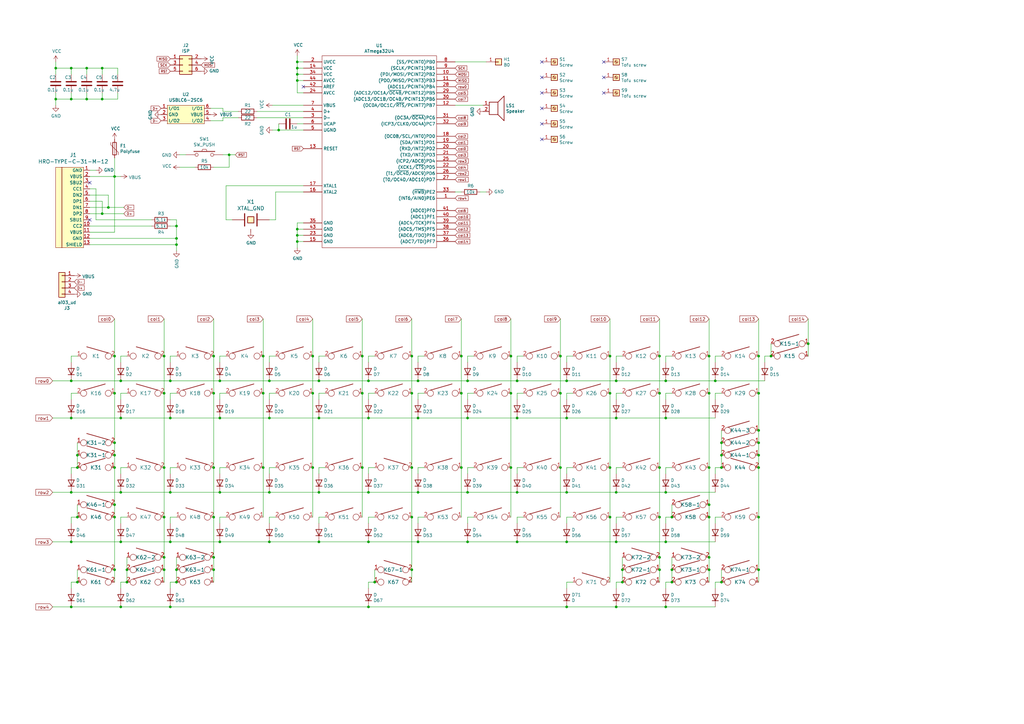
<source format=kicad_sch>
(kicad_sch (version 20211123) (generator eeschema)
  (paper "A3")
  (junction (at 209.55 146.05))
  (junction (at 29.21 40.64))
  (junction (at 107.95 191.77))
  (junction (at 290.83 233.68))
  (junction (at 107.95 146.05))
  (junction (at 232.41 222.25))
  (junction (at 121.92 33.02))
  (junction (at 168.91 212.09))
  (junction (at 295.91 238.76))
  (junction (at 44.45 85.09))
  (junction (at 273.05 222.25))
  (junction (at 72.39 238.76))
  (junction (at 69.85 248.92))
  (junction (at 252.73 248.92))
  (junction (at 311.15 186.69))
  (junction (at 295.91 191.77))
  (junction (at 46.99 146.05))
  (junction (at 270.51 228.6))
  (junction (at 90.17 201.93))
  (junction (at 252.73 222.25))
  (junction (at 270.51 212.09))
  (junction (at 311.15 191.77))
  (junction (at 29.21 248.92))
  (junction (at 275.59 238.76))
  (junction (at 52.07 238.76))
  (junction (at 148.59 191.77))
  (junction (at 130.81 201.93))
  (junction (at 232.41 156.21))
  (junction (at 67.31 191.77))
  (junction (at 168.91 233.68))
  (junction (at 69.85 156.21))
  (junction (at 130.81 171.45))
  (junction (at 209.55 191.77))
  (junction (at 90.17 171.45))
  (junction (at 87.63 233.68))
  (junction (at 93.98 63.5))
  (junction (at 270.51 233.68))
  (junction (at 22.86 27.94))
  (junction (at 29.21 171.45))
  (junction (at 46.99 207.01))
  (junction (at 121.92 30.48))
  (junction (at 191.77 201.93))
  (junction (at 69.85 222.25))
  (junction (at 22.86 40.64))
  (junction (at 31.75 186.69))
  (junction (at 35.56 40.64))
  (junction (at 67.31 233.68))
  (junction (at 295.91 186.69))
  (junction (at 90.17 222.25))
  (junction (at 275.59 212.09))
  (junction (at 311.15 212.09))
  (junction (at 168.91 191.77))
  (junction (at 171.45 156.21))
  (junction (at 130.81 222.25))
  (junction (at 151.13 156.21))
  (junction (at 110.49 171.45))
  (junction (at 148.59 146.05))
  (junction (at 151.13 222.25))
  (junction (at 153.67 238.76))
  (junction (at 46.99 191.77))
  (junction (at 72.39 92.71))
  (junction (at 69.85 171.45))
  (junction (at 128.27 191.77))
  (junction (at 252.73 201.93))
  (junction (at 212.09 222.25))
  (junction (at 46.99 181.61))
  (junction (at 168.91 161.29))
  (junction (at 273.05 248.92))
  (junction (at 229.87 191.77))
  (junction (at 250.19 191.77))
  (junction (at 67.31 228.6))
  (junction (at 290.83 146.05))
  (junction (at 212.09 171.45))
  (junction (at 128.27 161.29))
  (junction (at 41.91 27.94))
  (junction (at 331.47 140.97))
  (junction (at 290.83 191.77))
  (junction (at 41.91 40.64))
  (junction (at 52.07 233.68))
  (junction (at 212.09 201.93))
  (junction (at 110.49 156.21))
  (junction (at 270.51 161.29))
  (junction (at 121.92 96.52))
  (junction (at 31.75 212.09))
  (junction (at 311.15 161.29))
  (junction (at 49.53 171.45))
  (junction (at 29.21 156.21))
  (junction (at 191.77 171.45))
  (junction (at 110.49 201.93))
  (junction (at 171.45 201.93))
  (junction (at 90.17 156.21))
  (junction (at 273.05 156.21))
  (junction (at 67.31 212.09))
  (junction (at 67.31 161.29))
  (junction (at 191.77 222.25))
  (junction (at 151.13 248.92))
  (junction (at 107.95 161.29))
  (junction (at 250.19 146.05))
  (junction (at 114.3 53.34))
  (junction (at 31.75 238.76))
  (junction (at 255.27 233.68))
  (junction (at 46.99 233.68))
  (junction (at 171.45 171.45))
  (junction (at 232.41 171.45))
  (junction (at 151.13 171.45))
  (junction (at 252.73 171.45))
  (junction (at 110.49 222.25))
  (junction (at 121.92 99.06))
  (junction (at 49.53 248.92))
  (junction (at 232.41 201.93))
  (junction (at 72.39 97.79))
  (junction (at 72.39 233.68))
  (junction (at 171.45 222.25))
  (junction (at 290.83 161.29))
  (junction (at 311.15 233.68))
  (junction (at 250.19 161.29))
  (junction (at 229.87 161.29))
  (junction (at 290.83 228.6))
  (junction (at 295.91 181.61))
  (junction (at 87.63 228.6))
  (junction (at 87.63 212.09))
  (junction (at 121.92 93.98))
  (junction (at 293.37 156.21))
  (junction (at 46.99 212.09))
  (junction (at 130.81 156.21))
  (junction (at 189.23 191.77))
  (junction (at 128.27 146.05))
  (junction (at 191.77 156.21))
  (junction (at 46.99 186.69))
  (junction (at 290.83 207.01))
  (junction (at 46.99 161.29))
  (junction (at 87.63 161.29))
  (junction (at 316.23 146.05))
  (junction (at 148.59 161.29))
  (junction (at 209.55 161.29))
  (junction (at 29.21 201.93))
  (junction (at 311.15 181.61))
  (junction (at 168.91 146.05))
  (junction (at 87.63 146.05))
  (junction (at 29.21 27.94))
  (junction (at 67.31 146.05))
  (junction (at 49.53 222.25))
  (junction (at 232.41 248.92))
  (junction (at 41.91 87.63))
  (junction (at 311.15 146.05))
  (junction (at 49.53 201.93))
  (junction (at 151.13 201.93))
  (junction (at 250.19 212.09))
  (junction (at 255.27 238.76))
  (junction (at 270.51 146.05))
  (junction (at 275.59 233.68))
  (junction (at 229.87 146.05))
  (junction (at 121.92 27.94))
  (junction (at 49.53 156.21))
  (junction (at 270.51 191.77))
  (junction (at 311.15 176.53))
  (junction (at 121.92 25.4))
  (junction (at 212.09 156.21))
  (junction (at 87.63 191.77))
  (junction (at 29.21 222.25))
  (junction (at 46.99 72.39))
  (junction (at 189.23 146.05))
  (junction (at 35.56 27.94))
  (junction (at 72.39 100.33))
  (junction (at 273.05 171.45))
  (junction (at 189.23 161.29))
  (junction (at 31.75 191.77))
  (junction (at 273.05 201.93))
  (junction (at 290.83 212.09))
  (junction (at 252.73 156.21))
  (junction (at 69.85 201.93))
  (no_connect (at 247.65 25.4))
  (no_connect (at 222.25 25.4))
  (no_connect (at 124.46 35.56))
  (no_connect (at 247.65 31.75))
  (no_connect (at 222.25 31.75))
  (no_connect (at 222.25 50.8))
  (no_connect (at 222.25 38.1))
  (no_connect (at 36.83 74.93))
  (no_connect (at 36.83 90.17))
  (no_connect (at 222.25 57.15))
  (no_connect (at 222.25 44.45))
  (no_connect (at 247.65 38.1))
  (wire (pts (xy 148.59 191.77) (xy 148.59 212.09)))
  (wire (pts (xy 41.91 82.55) (xy 36.83 82.55)))
  (wire (pts (xy 124.46 91.44) (xy 121.92 91.44)))
  (wire (pts (xy 293.37 214.63) (xy 293.37 212.09)))
  (wire (pts (xy 29.21 212.09) (xy 31.75 212.09)))
  (wire (pts (xy 148.59 130.81) (xy 148.59 146.05)))
  (wire (pts (xy 212.09 222.25) (xy 232.41 222.25)))
  (wire (pts (xy 36.83 72.39) (xy 46.99 72.39)))
  (wire (pts (xy 44.45 80.01) (xy 44.45 85.09)))
  (wire (pts (xy 69.85 191.77) (xy 72.39 191.77)))
  (wire (pts (xy 212.09 148.59) (xy 212.09 146.05)))
  (wire (pts (xy 72.39 100.33) (xy 72.39 102.87)))
  (wire (pts (xy 110.49 171.45) (xy 130.81 171.45)))
  (wire (pts (xy 41.91 87.63) (xy 41.91 82.55)))
  (wire (pts (xy 29.21 201.93) (xy 21.59 201.93)))
  (wire (pts (xy 313.69 146.05) (xy 316.23 146.05)))
  (wire (pts (xy 151.13 248.92) (xy 232.41 248.92)))
  (wire (pts (xy 273.05 146.05) (xy 275.59 146.05)))
  (wire (pts (xy 293.37 238.76) (xy 295.91 238.76)))
  (wire (pts (xy 151.13 163.83) (xy 151.13 161.29)))
  (wire (pts (xy 273.05 248.92) (xy 252.73 248.92)))
  (wire (pts (xy 90.17 212.09) (xy 92.71 212.09)))
  (wire (pts (xy 273.05 201.93) (xy 252.73 201.93)))
  (wire (pts (xy 69.85 194.31) (xy 69.85 191.77)))
  (wire (pts (xy 49.53 222.25) (xy 69.85 222.25)))
  (wire (pts (xy 153.67 233.68) (xy 153.67 238.76)))
  (wire (pts (xy 151.13 214.63) (xy 151.13 212.09)))
  (wire (pts (xy 293.37 194.31) (xy 293.37 191.77)))
  (wire (pts (xy 273.05 238.76) (xy 275.59 238.76)))
  (wire (pts (xy 46.99 207.01) (xy 46.99 212.09)))
  (wire (pts (xy 273.05 241.3) (xy 273.05 238.76)))
  (wire (pts (xy 67.31 146.05) (xy 67.31 130.81)))
  (wire (pts (xy 36.83 97.79) (xy 72.39 97.79)))
  (wire (pts (xy 114.3 50.8) (xy 114.3 53.34)))
  (wire (pts (xy 35.56 40.64) (xy 35.56 38.1)))
  (wire (pts (xy 22.86 40.64) (xy 22.86 43.18)))
  (wire (pts (xy 191.77 222.25) (xy 212.09 222.25)))
  (wire (pts (xy 189.23 191.77) (xy 189.23 161.29)))
  (wire (pts (xy 69.85 163.83) (xy 69.85 161.29)))
  (wire (pts (xy 124.46 93.98) (xy 121.92 93.98)))
  (wire (pts (xy 293.37 161.29) (xy 295.91 161.29)))
  (wire (pts (xy 148.59 146.05) (xy 148.59 161.29)))
  (wire (pts (xy 189.23 78.74) (xy 186.69 78.74)))
  (wire (pts (xy 121.92 91.44) (xy 121.92 93.98)))
  (wire (pts (xy 252.73 194.31) (xy 252.73 191.77)))
  (wire (pts (xy 212.09 146.05) (xy 214.63 146.05)))
  (wire (pts (xy 69.85 248.92) (xy 49.53 248.92)))
  (wire (pts (xy 130.81 163.83) (xy 130.81 161.29)))
  (wire (pts (xy 22.86 27.94) (xy 22.86 30.48)))
  (wire (pts (xy 290.83 161.29) (xy 290.83 191.77)))
  (wire (pts (xy 46.99 72.39) (xy 46.99 64.77)))
  (wire (pts (xy 128.27 146.05) (xy 128.27 130.81)))
  (wire (pts (xy 186.69 25.4) (xy 199.39 25.4)))
  (wire (pts (xy 69.85 148.59) (xy 69.85 146.05)))
  (wire (pts (xy 209.55 161.29) (xy 209.55 146.05)))
  (wire (pts (xy 273.05 171.45) (xy 293.37 171.45)))
  (wire (pts (xy 232.41 214.63) (xy 232.41 212.09)))
  (wire (pts (xy 252.73 146.05) (xy 255.27 146.05)))
  (wire (pts (xy 151.13 161.29) (xy 153.67 161.29)))
  (wire (pts (xy 232.41 241.3) (xy 232.41 238.76)))
  (wire (pts (xy 46.99 186.69) (xy 46.99 181.61)))
  (wire (pts (xy 110.49 156.21) (xy 130.81 156.21)))
  (wire (pts (xy 121.92 27.94) (xy 121.92 30.48)))
  (wire (pts (xy 212.09 212.09) (xy 214.63 212.09)))
  (wire (pts (xy 35.56 30.48) (xy 35.56 27.94)))
  (wire (pts (xy 168.91 212.09) (xy 168.91 191.77)))
  (wire (pts (xy 232.41 161.29) (xy 234.95 161.29)))
  (wire (pts (xy 252.73 171.45) (xy 273.05 171.45)))
  (wire (pts (xy 130.81 156.21) (xy 151.13 156.21)))
  (wire (pts (xy 290.83 207.01) (xy 290.83 191.77)))
  (wire (pts (xy 86.36 49.53) (xy 91.44 49.53)))
  (wire (pts (xy 110.49 222.25) (xy 130.81 222.25)))
  (wire (pts (xy 46.99 95.25) (xy 36.83 95.25)))
  (wire (pts (xy 290.83 238.76) (xy 290.83 233.68)))
  (wire (pts (xy 87.63 228.6) (xy 87.63 233.68)))
  (wire (pts (xy 252.73 212.09) (xy 255.27 212.09)))
  (wire (pts (xy 29.21 222.25) (xy 49.53 222.25)))
  (wire (pts (xy 29.21 161.29) (xy 31.75 161.29)))
  (wire (pts (xy 151.13 238.76) (xy 153.67 238.76)))
  (wire (pts (xy 124.46 50.8) (xy 121.92 50.8)))
  (wire (pts (xy 110.49 163.83) (xy 110.49 161.29)))
  (wire (pts (xy 29.21 171.45) (xy 49.53 171.45)))
  (wire (pts (xy 250.19 212.09) (xy 250.19 238.76)))
  (wire (pts (xy 186.69 43.18) (xy 198.12 43.18)))
  (wire (pts (xy 72.39 92.71) (xy 72.39 97.79)))
  (wire (pts (xy 270.51 233.68) (xy 270.51 238.76)))
  (wire (pts (xy 290.83 228.6) (xy 290.83 233.68)))
  (wire (pts (xy 130.81 222.25) (xy 151.13 222.25)))
  (wire (pts (xy 124.46 27.94) (xy 121.92 27.94)))
  (wire (pts (xy 273.05 222.25) (xy 293.37 222.25)))
  (wire (pts (xy 275.59 207.01) (xy 275.59 212.09)))
  (wire (pts (xy 151.13 201.93) (xy 130.81 201.93)))
  (wire (pts (xy 29.21 27.94) (xy 35.56 27.94)))
  (wire (pts (xy 86.36 44.45) (xy 91.44 44.45)))
  (wire (pts (xy 90.17 194.31) (xy 90.17 191.77)))
  (wire (pts (xy 69.85 212.09) (xy 72.39 212.09)))
  (wire (pts (xy 124.46 96.52) (xy 121.92 96.52)))
  (wire (pts (xy 69.85 90.17) (xy 72.39 90.17)))
  (wire (pts (xy 209.55 146.05) (xy 209.55 130.81)))
  (wire (pts (xy 91.44 45.72) (xy 97.79 45.72)))
  (wire (pts (xy 69.85 156.21) (xy 90.17 156.21)))
  (wire (pts (xy 49.53 194.31) (xy 49.53 191.77)))
  (wire (pts (xy 49.53 212.09) (xy 52.07 212.09)))
  (wire (pts (xy 250.19 146.05) (xy 250.19 130.81)))
  (wire (pts (xy 232.41 201.93) (xy 212.09 201.93)))
  (wire (pts (xy 232.41 212.09) (xy 234.95 212.09)))
  (wire (pts (xy 232.41 171.45) (xy 252.73 171.45)))
  (wire (pts (xy 49.53 148.59) (xy 49.53 146.05)))
  (wire (pts (xy 107.95 191.77) (xy 107.95 212.09)))
  (wire (pts (xy 250.19 161.29) (xy 250.19 146.05)))
  (wire (pts (xy 87.63 233.68) (xy 87.63 238.76)))
  (wire (pts (xy 49.53 191.77) (xy 52.07 191.77)))
  (wire (pts (xy 87.63 212.09) (xy 87.63 228.6)))
  (wire (pts (xy 191.77 191.77) (xy 194.31 191.77)))
  (wire (pts (xy 29.21 30.48) (xy 29.21 27.94)))
  (wire (pts (xy 72.39 90.17) (xy 72.39 92.71)))
  (wire (pts (xy 191.77 212.09) (xy 194.31 212.09)))
  (wire (pts (xy 311.15 130.81) (xy 311.15 146.05)))
  (wire (pts (xy 171.45 214.63) (xy 171.45 212.09)))
  (wire (pts (xy 29.21 40.64) (xy 35.56 40.64)))
  (wire (pts (xy 124.46 30.48) (xy 121.92 30.48)))
  (wire (pts (xy 91.44 44.45) (xy 91.44 45.72)))
  (wire (pts (xy 110.49 201.93) (xy 90.17 201.93)))
  (wire (pts (xy 229.87 191.77) (xy 229.87 161.29)))
  (wire (pts (xy 252.73 191.77) (xy 255.27 191.77)))
  (wire (pts (xy 250.19 212.09) (xy 250.19 191.77)))
  (wire (pts (xy 69.85 92.71) (xy 72.39 92.71)))
  (wire (pts (xy 41.91 30.48) (xy 41.91 27.94)))
  (wire (pts (xy 252.73 241.3) (xy 252.73 238.76)))
  (wire (pts (xy 171.45 194.31) (xy 171.45 191.77)))
  (wire (pts (xy 110.49 214.63) (xy 110.49 212.09)))
  (wire (pts (xy 92.71 90.17) (xy 92.71 76.2)))
  (wire (pts (xy 91.44 63.5) (xy 93.98 63.5)))
  (wire (pts (xy 29.21 40.64) (xy 29.21 38.1)))
  (wire (pts (xy 270.51 191.77) (xy 270.51 161.29)))
  (wire (pts (xy 151.13 146.05) (xy 153.67 146.05)))
  (wire (pts (xy 36.83 77.47) (xy 39.37 77.47)))
  (wire (pts (xy 87.63 146.05) (xy 87.63 161.29)))
  (wire (pts (xy 124.46 78.74) (xy 113.03 78.74)))
  (wire (pts (xy 49.53 156.21) (xy 69.85 156.21)))
  (wire (pts (xy 168.91 161.29) (xy 168.91 146.05)))
  (wire (pts (xy 171.45 156.21) (xy 191.77 156.21)))
  (wire (pts (xy 36.83 87.63) (xy 41.91 87.63)))
  (wire (pts (xy 290.83 212.09) (xy 290.83 228.6)))
  (wire (pts (xy 273.05 163.83) (xy 273.05 161.29)))
  (wire (pts (xy 189.23 146.05) (xy 189.23 161.29)))
  (wire (pts (xy 293.37 241.3) (xy 293.37 238.76)))
  (wire (pts (xy 151.13 212.09) (xy 153.67 212.09)))
  (wire (pts (xy 124.46 33.02) (xy 121.92 33.02)))
  (wire (pts (xy 151.13 171.45) (xy 171.45 171.45)))
  (wire (pts (xy 22.86 38.1) (xy 22.86 40.64)))
  (wire (pts (xy 171.45 171.45) (xy 191.77 171.45)))
  (wire (pts (xy 36.83 92.71) (xy 62.23 92.71)))
  (wire (pts (xy 212.09 194.31) (xy 212.09 191.77)))
  (wire (pts (xy 191.77 148.59) (xy 191.77 146.05)))
  (wire (pts (xy 273.05 191.77) (xy 275.59 191.77)))
  (wire (pts (xy 67.31 161.29) (xy 67.31 191.77)))
  (wire (pts (xy 36.83 69.85) (xy 39.37 69.85)))
  (wire (pts (xy 311.15 191.77) (xy 311.15 212.09)))
  (wire (pts (xy 31.75 207.01) (xy 31.75 212.09)))
  (wire (pts (xy 270.51 130.81) (xy 270.51 146.05)))
  (wire (pts (xy 31.75 233.68) (xy 31.75 238.76)))
  (wire (pts (xy 107.95 191.77) (xy 107.95 161.29)))
  (wire (pts (xy 229.87 146.05) (xy 229.87 161.29)))
  (wire (pts (xy 121.92 33.02) (xy 121.92 38.1)))
  (wire (pts (xy 90.17 163.83) (xy 90.17 161.29)))
  (wire (pts (xy 293.37 201.93) (xy 273.05 201.93)))
  (wire (pts (xy 46.99 191.77) (xy 46.99 207.01)))
  (wire (pts (xy 128.27 212.09) (xy 128.27 191.77)))
  (wire (pts (xy 110.49 146.05) (xy 113.03 146.05)))
  (wire (pts (xy 48.26 27.94) (xy 48.26 30.48)))
  (wire (pts (xy 273.05 212.09) (xy 275.59 212.09)))
  (wire (pts (xy 290.83 146.05) (xy 290.83 161.29)))
  (wire (pts (xy 114.3 53.34) (xy 124.46 53.34)))
  (wire (pts (xy 232.41 222.25) (xy 252.73 222.25)))
  (wire (pts (xy 124.46 25.4) (xy 121.92 25.4)))
  (wire (pts (xy 151.13 148.59) (xy 151.13 146.05)))
  (wire (pts (xy 46.99 212.09) (xy 46.99 233.68)))
  (wire (pts (xy 69.85 238.76) (xy 72.39 238.76)))
  (wire (pts (xy 130.81 171.45) (xy 151.13 171.45)))
  (wire (pts (xy 191.77 201.93) (xy 171.45 201.93)))
  (wire (pts (xy 72.39 228.6) (xy 72.39 233.68)))
  (wire (pts (xy 293.37 212.09) (xy 295.91 212.09)))
  (wire (pts (xy 311.15 181.61) (xy 311.15 176.53)))
  (wire (pts (xy 311.15 186.69) (xy 311.15 191.77)))
  (wire (pts (xy 92.71 90.17) (xy 95.25 90.17)))
  (wire (pts (xy 171.45 191.77) (xy 173.99 191.77)))
  (wire (pts (xy 168.91 146.05) (xy 168.91 130.81)))
  (wire (pts (xy 295.91 181.61) (xy 295.91 186.69)))
  (wire (pts (xy 130.81 148.59) (xy 130.81 146.05)))
  (wire (pts (xy 128.27 161.29) (xy 128.27 146.05)))
  (wire (pts (xy 316.23 140.97) (xy 316.23 146.05)))
  (wire (pts (xy 41.91 27.94) (xy 48.26 27.94)))
  (wire (pts (xy 212.09 161.29) (xy 214.63 161.29)))
  (wire (pts (xy 90.17 146.05) (xy 92.71 146.05)))
  (wire (pts (xy 191.77 146.05) (xy 194.31 146.05)))
  (wire (pts (xy 232.41 191.77) (xy 234.95 191.77)))
  (wire (pts (xy 29.21 191.77) (xy 31.75 191.77)))
  (wire (pts (xy 171.45 201.93) (xy 151.13 201.93)))
  (wire (pts (xy 29.21 146.05) (xy 31.75 146.05)))
  (wire (pts (xy 252.73 248.92) (xy 232.41 248.92)))
  (wire (pts (xy 21.59 171.45) (xy 29.21 171.45)))
  (wire (pts (xy 151.13 156.21) (xy 171.45 156.21)))
  (wire (pts (xy 39.37 90.17) (xy 62.23 90.17)))
  (wire (pts (xy 171.45 212.09) (xy 173.99 212.09)))
  (wire (pts (xy 90.17 148.59) (xy 90.17 146.05)))
  (wire (pts (xy 295.91 186.69) (xy 295.91 191.77)))
  (wire (pts (xy 46.99 233.68) (xy 46.99 238.76)))
  (wire (pts (xy 232.41 156.21) (xy 252.73 156.21)))
  (wire (pts (xy 52.07 228.6) (xy 52.07 233.68)))
  (wire (pts (xy 49.53 171.45) (xy 69.85 171.45)))
  (wire (pts (xy 191.77 171.45) (xy 212.09 171.45)))
  (wire (pts (xy 87.63 191.77) (xy 87.63 212.09)))
  (wire (pts (xy 90.17 156.21) (xy 110.49 156.21)))
  (wire (pts (xy 171.45 222.25) (xy 191.77 222.25)))
  (wire (pts (xy 255.27 228.6) (xy 255.27 233.68)))
  (wire (pts (xy 130.81 194.31) (xy 130.81 191.77)))
  (wire (pts (xy 252.73 238.76) (xy 255.27 238.76)))
  (wire (pts (xy 293.37 191.77) (xy 295.91 191.77)))
  (wire (pts (xy 67.31 212.09) (xy 67.31 191.77)))
  (wire (pts (xy 273.05 156.21) (xy 293.37 156.21)))
  (wire (pts (xy 69.85 241.3) (xy 69.85 238.76)))
  (wire (pts (xy 49.53 238.76) (xy 52.07 238.76)))
  (wire (pts (xy 72.39 238.76) (xy 72.39 233.68)))
  (wire (pts (xy 31.75 181.61) (xy 31.75 186.69)))
  (wire (pts (xy 107.95 130.81) (xy 107.95 146.05)))
  (wire (pts (xy 252.73 163.83) (xy 252.73 161.29)))
  (wire (pts (xy 46.99 72.39) (xy 46.99 95.25)))
  (wire (pts (xy 46.99 181.61) (xy 46.99 161.29)))
  (wire (pts (xy 311.15 212.09) (xy 311.15 233.68)))
  (wire (pts (xy 189.23 130.81) (xy 189.23 146.05)))
  (wire (pts (xy 121.92 22.86) (xy 121.92 25.4)))
  (wire (pts (xy 171.45 146.05) (xy 173.99 146.05)))
  (wire (pts (xy 212.09 171.45) (xy 232.41 171.45)))
  (wire (pts (xy 232.41 146.05) (xy 234.95 146.05)))
  (wire (pts (xy 36.83 100.33) (xy 72.39 100.33)))
  (wire (pts (xy 93.98 63.5) (xy 93.98 68.58)))
  (wire (pts (xy 36.83 80.01) (xy 44.45 80.01)))
  (wire (pts (xy 130.81 146.05) (xy 133.35 146.05)))
  (wire (pts (xy 293.37 148.59) (xy 293.37 146.05)))
  (wire (pts (xy 212.09 156.21) (xy 232.41 156.21)))
  (wire (pts (xy 209.55 191.77) (xy 209.55 161.29)))
  (wire (pts (xy 29.21 148.59) (xy 29.21 146.05)))
  (wire (pts (xy 151.13 248.92) (xy 69.85 248.92)))
  (wire (pts (xy 212.09 201.93) (xy 191.77 201.93)))
  (wire (pts (xy 90.17 201.93) (xy 69.85 201.93)))
  (wire (pts (xy 229.87 130.81) (xy 229.87 146.05)))
  (wire (pts (xy 189.23 191.77) (xy 189.23 212.09)))
  (wire (pts (xy 91.44 48.26) (xy 97.79 48.26)))
  (wire (pts (xy 49.53 163.83) (xy 49.53 161.29)))
  (wire (pts (xy 29.21 248.92) (xy 21.59 248.92)))
  (wire (pts (xy 35.56 40.64) (xy 41.91 40.64)))
  (wire (pts (xy 73.66 68.58) (xy 80.01 68.58)))
  (wire (pts (xy 130.81 191.77) (xy 133.35 191.77)))
  (wire (pts (xy 69.85 146.05) (xy 72.39 146.05)))
  (wire (pts (xy 148.59 161.29) (xy 148.59 191.77)))
  (wire (pts (xy 46.99 130.81) (xy 46.99 146.05)))
  (wire (pts (xy 49.53 241.3) (xy 49.53 238.76)))
  (wire (pts (xy 69.85 171.45) (xy 90.17 171.45)))
  (wire (pts (xy 49.53 201.93) (xy 29.21 201.93)))
  (wire (pts (xy 270.51 146.05) (xy 270.51 161.29)))
  (wire (pts (xy 130.81 201.93) (xy 110.49 201.93)))
  (wire (pts (xy 90.17 171.45) (xy 110.49 171.45)))
  (wire (pts (xy 49.53 146.05) (xy 52.07 146.05)))
  (wire (pts (xy 171.45 163.83) (xy 171.45 161.29)))
  (wire (pts (xy 171.45 161.29) (xy 173.99 161.29)))
  (wire (pts (xy 199.39 78.74) (xy 196.85 78.74)))
  (wire (pts (xy 151.13 241.3) (xy 151.13 238.76)))
  (wire (pts (xy 130.81 161.29) (xy 133.35 161.29)))
  (wire (pts (xy 29.21 163.83) (xy 29.21 161.29)))
  (wire (pts (xy 275.59 228.6) (xy 275.59 233.68)))
  (wire (pts (xy 41.91 40.64) (xy 41.91 38.1)))
  (wire (pts (xy 273.05 194.31) (xy 273.05 191.77)))
  (wire (pts (xy 110.49 194.31) (xy 110.49 191.77)))
  (wire (pts (xy 250.19 161.29) (xy 250.19 191.77)))
  (wire (pts (xy 90.17 214.63) (xy 90.17 212.09)))
  (wire (pts (xy 232.41 238.76) (xy 234.95 238.76)))
  (wire (pts (xy 67.31 238.76) (xy 67.31 233.68)))
  (wire (pts (xy 191.77 194.31) (xy 191.77 191.77)))
  (wire (pts (xy 29.21 238.76) (xy 31.75 238.76)))
  (wire (pts (xy 107.95 146.05) (xy 107.95 161.29)))
  (wire (pts (xy 113.03 78.74) (xy 113.03 90.17)))
  (wire (pts (xy 69.85 161.29) (xy 72.39 161.29)))
  (wire (pts (xy 91.44 49.53) (xy 91.44 48.26)))
  (wire (pts (xy 293.37 156.21) (xy 313.69 156.21)))
  (wire (pts (xy 29.21 241.3) (xy 29.21 238.76)))
  (wire (pts (xy 270.51 212.09) (xy 270.51 228.6)))
  (wire (pts (xy 22.86 27.94) (xy 29.21 27.94)))
  (wire (pts (xy 39.37 77.47) (xy 39.37 90.17)))
  (wire (pts (xy 168.91 191.77) (xy 168.91 161.29)))
  (wire (pts (xy 191.77 163.83) (xy 191.77 161.29)))
  (wire (pts (xy 87.63 191.77) (xy 87.63 161.29)))
  (wire (pts (xy 49.53 248.92) (xy 29.21 248.92)))
  (wire (pts (xy 105.41 45.72) (xy 124.46 45.72)))
  (wire (pts (xy 110.49 191.77) (xy 113.03 191.77)))
  (wire (pts (xy 113.03 90.17) (xy 110.49 90.17)))
  (wire (pts (xy 110.49 161.29) (xy 113.03 161.29)))
  (wire (pts (xy 49.53 214.63) (xy 49.53 212.09)))
  (wire (pts (xy 90.17 191.77) (xy 92.71 191.77)))
  (wire (pts (xy 171.45 148.59) (xy 171.45 146.05)))
  (wire (pts (xy 295.91 181.61) (xy 295.91 176.53)))
  (wire (pts (xy 73.66 63.5) (xy 76.2 63.5)))
  (wire (pts (xy 67.31 212.09) (xy 67.31 228.6)))
  (wire (pts (xy 130.81 214.63) (xy 130.81 212.09)))
  (wire (pts (xy 151.13 194.31) (xy 151.13 191.77)))
  (wire (pts (xy 191.77 161.29) (xy 194.31 161.29)))
  (wire (pts (xy 67.31 161.29) (xy 67.31 146.05)))
  (wire (pts (xy 92.71 76.2) (xy 124.46 76.2)))
  (wire (pts (xy 311.15 176.53) (xy 311.15 161.29)))
  (wire (pts (xy 212.09 191.77) (xy 214.63 191.77)))
  (wire (pts (xy 130.81 212.09) (xy 133.35 212.09)))
  (wire (pts (xy 21.59 156.21) (xy 29.21 156.21)))
  (wire (pts (xy 270.51 228.6) (xy 270.51 233.68)))
  (wire (pts (xy 93.98 68.58) (xy 87.63 68.58)))
  (wire (pts (xy 252.73 161.29) (xy 255.27 161.29)))
  (wire (pts (xy 124.46 43.18) (xy 111.76 43.18)))
  (wire (pts (xy 69.85 201.93) (xy 49.53 201.93)))
  (wire (pts (xy 232.41 163.83) (xy 232.41 161.29)))
  (wire (pts (xy 255.27 238.76) (xy 255.27 233.68)))
  (wire (pts (xy 209.55 212.09) (xy 209.55 191.77)))
  (wire (pts (xy 121.92 93.98) (xy 121.92 96.52)))
  (wire (pts (xy 232.41 148.59) (xy 232.41 146.05)))
  (wire (pts (xy 44.45 85.09) (xy 36.83 85.09)))
  (wire (pts (xy 29.21 214.63) (xy 29.21 212.09)))
  (wire (pts (xy 252.73 148.59) (xy 252.73 146.05)))
  (wire (pts (xy 168.91 238.76) (xy 168.91 233.68)))
  (wire (pts (xy 87.63 130.81) (xy 87.63 146.05)))
  (wire (pts (xy 121.92 99.06) (xy 124.46 99.06)))
  (wire (pts (xy 293.37 163.83) (xy 293.37 161.29)))
  (wire (pts (xy 151.13 191.77) (xy 153.67 191.77)))
  (wire (pts (xy 121.92 30.48) (xy 121.92 33.02)))
  (wire (pts (xy 270.51 191.77) (xy 270.51 212.09)))
  (wire (pts (xy 105.41 48.26) (xy 124.46 48.26)))
  (wire (pts (xy 90.17 161.29) (xy 92.71 161.29)))
  (wire (pts (xy 252.73 201.93) (xy 232.41 201.93)))
  (wire (pts (xy 69.85 214.63) (xy 69.85 212.09)))
  (wire (pts (xy 232.41 194.31) (xy 232.41 191.77)))
  (wire (pts (xy 21.59 222.25) (xy 29.21 222.25)))
  (wire (pts (xy 121.92 101.6) (xy 121.92 99.06)))
  (wire (pts (xy 295.91 238.76) (xy 295.91 233.68)))
  (wire (pts (xy 29.21 194.31) (xy 29.21 191.77)))
  (wire (pts (xy 311.15 146.05) (xy 311.15 161.29)))
  (wire (pts (xy 22.86 40.64) (xy 29.21 40.64)))
  (wire (pts (xy 121.92 25.4) (xy 121.92 27.94)))
  (wire (pts (xy 191.77 214.63) (xy 191.77 212.09)))
  (wire (pts (xy 69.85 222.25) (xy 90.17 222.25)))
  (wire (pts (xy 110.49 212.09) (xy 113.03 212.09)))
  (wire (pts (xy 111.76 53.34) (xy 114.3 53.34)))
  (wire (pts (xy 311.15 233.68) (xy 311.15 238.76)))
  (wire (pts (xy 41.91 87.63) (xy 50.8 87.63)))
  (wire (pts (xy 293.37 248.92) (xy 273.05 248.92)))
  (wire (pts (xy 273.05 214.63) (xy 273.05 212.09)))
  (wire (pts (xy 49.53 161.29) (xy 52.07 161.29)))
  (wire (pts (xy 273.05 148.59) (xy 273.05 146.05)))
  (wire (pts (xy 46.99 146.05) (xy 46.99 161.29)))
  (wire (pts (xy 48.26 40.64) (xy 48.26 38.1)))
  (wire (pts (xy 72.39 97.79) (xy 72.39 100.33)))
  (wire (pts (xy 121.92 38.1) (xy 124.46 38.1)))
  (wire (pts (xy 121.92 96.52) (xy 121.92 99.06)))
  (wire (pts (xy 90.17 222.25) (xy 110.49 222.25)))
  (wire (pts (xy 331.47 146.05) (xy 331.47 140.97)))
  (wire (pts (xy 31.75 186.69) (xy 31.75 191.77)))
  (wire (pts (xy 110.49 148.59) (xy 110.49 146.05)))
  (wire (pts (xy 212.09 163.83) (xy 212.09 161.29)))
  (wire (pts (xy 35.56 27.94) (xy 41.91 27.94)))
  (wire (pts (xy 46.99 72.39) (xy 49.53 72.39)))
  (wire (pts (xy 22.86 25.4) (xy 22.86 27.94)))
  (wire (pts (xy 128.27 191.77) (xy 128.27 161.29)))
  (wire (pts (xy 252.73 222.25) (xy 273.05 222.25)))
  (wire (pts (xy 168.91 212.09) (xy 168.91 233.68)))
  (wire (pts (xy 229.87 191.77) (xy 229.87 212.09)))
  (wire (pts (xy 52.07 238.76) (xy 52.07 233.68)))
  (wire (pts (xy 331.47 140.97) (xy 331.47 130.81)))
  (wire (pts (xy 212.09 214.63) (xy 212.09 212.09)))
  (wire (pts (xy 313.69 148.59) (xy 313.69 146.05)))
  (wire (pts (xy 151.13 222.25) (xy 171.45 222.25)))
  (wire (pts (xy 290.83 212.09) (xy 290.83 207.01)))
  (wire (pts (xy 290.83 146.05) (xy 290.83 130.81)))
  (wire (pts (xy 311.15 186.69) (xy 311.15 181.61)))
  (wire (pts (xy 275.59 238.76) (xy 275.59 233.68)))
  (wire (pts (xy 96.52 63.5) (xy 93.98 63.5)))
  (wire (pts (xy 29.21 156.21) (xy 49.53 156.21)))
  (wire (pts (xy 252.73 156.21) (xy 273.05 156.21)))
  (wire (pts (xy 44.45 85.09) (xy 50.8 85.09)))
  (wire (pts (xy 67.31 228.6) (xy 67.31 233.68)))
  (wire (pts (xy 41.91 40.64) (xy 48.26 40.64)))
  (wire (pts (xy 273.05 161.29) (xy 275.59 161.29)))
  (wire (pts (xy 293.37 146.05) (xy 295.91 146.05)))
  (wire (pts (xy 46.99 186.69) (xy 46.99 191.77)))
  (wire (pts (xy 252.73 214.63) (xy 252.73 212.09)))
  (wire (pts (xy 191.77 156.21) (xy 212.09 156.21)))
  (global_label "row2" (shape input) (at 21.59 201.93 180) (property "Intersheet References" "${INTERSHEET_REFS}" (effects hide)))
  (global_label "D-" (shape input) (at 66.04 49.53 180) (effects (font (size 0.9906 0.9906))) (property "Intersheet References" "${INTERSHEET_REFS}" (effects hide)))
  (global_label "SCK" (shape input) (at 69.85 26.67 180) (effects (font (size 0.9906 0.9906))) (property "Intersheet References" "${INTERSHEET_REFS}" (effects hide)))
  (global_label "col4" (shape input) (at 186.69 68.58 0) (effects (font (size 0.9906 0.9906))) (property "Intersheet References" "${INTERSHEET_REFS}" (effects hide)))
  (global_label "MOSI" (shape input) (at 186.69 30.48 0) (effects (font (size 0.9906 0.9906))) (property "Intersheet References" "${INTERSHEET_REFS}" (effects hide)))
  (global_label "col10" (shape input) (at 250.19 130.81 180) (property "Intersheet References" "${INTERSHEET_REFS}" (effects hide)))
  (global_label "col0" (shape input) (at 46.99 130.81 180) (property "Intersheet References" "${INTERSHEET_REFS}" (effects hide)))
  (global_label "col3" (shape input) (at 107.95 130.81 180) (property "Intersheet References" "${INTERSHEET_REFS}" (effects hide)))
  (global_label "RST" (shape input) (at 96.52 63.5 0) (effects (font (size 0.9906 0.9906))) (property "Intersheet References" "${INTERSHEET_REFS}" (effects hide)))
  (global_label "col8" (shape input) (at 209.55 130.81 180) (property "Intersheet References" "${INTERSHEET_REFS}" (effects hide)))
  (global_label "row3" (shape input) (at 186.69 66.04 0) (effects (font (size 0.9906 0.9906))) (property "Intersheet References" "${INTERSHEET_REFS}" (effects hide)))
  (global_label "col14" (shape input) (at 186.69 99.06 0) (effects (font (size 0.9906 0.9906))) (property "Intersheet References" "${INTERSHEET_REFS}" (effects hide)))
  (global_label "col6" (shape input) (at 168.91 130.81 180) (property "Intersheet References" "${INTERSHEET_REFS}" (effects hide)))
  (global_label "col6" (shape input) (at 186.69 86.36 0) (effects (font (size 0.9906 0.9906))) (property "Intersheet References" "${INTERSHEET_REFS}" (effects hide)))
  (global_label "row0" (shape input) (at 21.59 156.21 180) (property "Intersheet References" "${INTERSHEET_REFS}" (effects hide)))
  (global_label "D-" (shape input) (at 30.48 115.57 0) (effects (font (size 0.9906 0.9906))) (property "Intersheet References" "${INTERSHEET_REFS}" (effects hide)))
  (global_label "D+" (shape input) (at 66.04 44.45 180) (effects (font (size 0.9906 0.9906))) (property "Intersheet References" "${INTERSHEET_REFS}" (effects hide)))
  (global_label "MISO" (shape input) (at 186.69 33.02 0) (effects (font (size 0.9906 0.9906))) (property "Intersheet References" "${INTERSHEET_REFS}" (effects hide)))
  (global_label "D+" (shape input) (at 30.48 118.11 0) (effects (font (size 0.9906 0.9906))) (property "Intersheet References" "${INTERSHEET_REFS}" (effects hide)))
  (global_label "col0" (shape input) (at 186.69 60.96 0) (effects (font (size 0.9906 0.9906))) (property "Intersheet References" "${INTERSHEET_REFS}" (effects hide)))
  (global_label "row1" (shape input) (at 186.69 73.66 0) (effects (font (size 0.9906 0.9906))) (property "Intersheet References" "${INTERSHEET_REFS}" (effects hide)))
  (global_label "col2" (shape input) (at 87.63 130.81 180) (property "Intersheet References" "${INTERSHEET_REFS}" (effects hide)))
  (global_label "col9" (shape input) (at 229.87 130.81 180) (property "Intersheet References" "${INTERSHEET_REFS}" (effects hide)))
  (global_label "row3" (shape input) (at 21.59 222.25 180) (property "Intersheet References" "${INTERSHEET_REFS}" (effects hide)))
  (global_label "col1" (shape input) (at 67.31 130.81 180) (property "Intersheet References" "${INTERSHEET_REFS}" (effects hide)))
  (global_label "col5" (shape input) (at 148.59 130.81 180) (property "Intersheet References" "${INTERSHEET_REFS}" (effects hide)))
  (global_label "col11" (shape input) (at 270.51 130.81 180) (property "Intersheet References" "${INTERSHEET_REFS}" (effects hide)))
  (global_label "col13" (shape input) (at 311.15 130.81 180) (property "Intersheet References" "${INTERSHEET_REFS}" (effects hide)))
  (global_label "col12" (shape input) (at 290.83 130.81 180) (property "Intersheet References" "${INTERSHEET_REFS}" (effects hide)))
  (global_label "row4" (shape input) (at 186.69 81.28 0) (effects (font (size 0.9906 0.9906))) (property "Intersheet References" "${INTERSHEET_REFS}" (effects hide)))
  (global_label "col5" (shape input) (at 186.69 38.1 0) (effects (font (size 0.9906 0.9906))) (property "Intersheet References" "${INTERSHEET_REFS}" (effects hide)))
  (global_label "col12" (shape input) (at 186.69 93.98 0) (effects (font (size 0.9906 0.9906))) (property "Intersheet References" "${INTERSHEET_REFS}" (effects hide)))
  (global_label "row1" (shape input) (at 21.59 171.45 180) (property "Intersheet References" "${INTERSHEET_REFS}" (effects hide)))
  (global_label "col13" (shape input) (at 186.69 96.52 0) (effects (font (size 0.9906 0.9906))) (property "Intersheet References" "${INTERSHEET_REFS}" (effects hide)))
  (global_label "col7" (shape input) (at 186.69 40.64 0) (effects (font (size 0.9906 0.9906))) (property "Intersheet References" "${INTERSHEET_REFS}" (effects hide)))
  (global_label "col14" (shape input) (at 331.47 130.81 180) (property "Intersheet References" "${INTERSHEET_REFS}" (effects hide)))
  (global_label "row2" (shape input) (at 186.69 71.12 0) (effects (font (size 0.9906 0.9906))) (property "Intersheet References" "${INTERSHEET_REFS}" (effects hide)))
  (global_label "col3" (shape input) (at 186.69 63.5 0) (effects (font (size 0.9906 0.9906))) (property "Intersheet References" "${INTERSHEET_REFS}" (effects hide)))
  (global_label "col9" (shape input) (at 186.69 50.8 0) (effects (font (size 0.9906 0.9906))) (property "Intersheet References" "${INTERSHEET_REFS}" (effects hide)))
  (global_label "MISO" (shape input) (at 69.85 24.13 180) (effects (font (size 0.9906 0.9906))) (property "Intersheet References" "${INTERSHEET_REFS}" (effects hide)))
  (global_label "col8" (shape input) (at 186.69 48.26 0) (effects (font (size 0.9906 0.9906))) (property "Intersheet References" "${INTERSHEET_REFS}" (effects hide)))
  (global_label "D-" (shape input) (at 50.8 85.09 0) (effects (font (size 0.9906 0.9906))) (property "Intersheet References" "${INTERSHEET_REFS}" (effects hide)))
  (global_label "col10" (shape input) (at 186.69 88.9 0) (effects (font (size 0.9906 0.9906))) (property "Intersheet References" "${INTERSHEET_REFS}" (effects hide)))
  (global_label "col1" (shape input) (at 186.69 58.42 0) (effects (font (size 0.9906 0.9906))) (property "Intersheet References" "${INTERSHEET_REFS}" (effects hide)))
  (global_label "SCK" (shape input) (at 186.69 27.94 0) (effects (font (size 0.9906 0.9906))) (property "Intersheet References" "${INTERSHEET_REFS}" (effects hide)))
  (global_label "RST" (shape input) (at 124.46 60.96 180) (effects (font (size 0.9906 0.9906))) (property "Intersheet References" "${INTERSHEET_REFS}" (effects hide)))
  (global_label "row4" (shape input) (at 21.59 248.92 180) (property "Intersheet References" "${INTERSHEET_REFS}" (effects hide)))
  (global_label "col2" (shape input) (at 186.69 55.88 0) (effects (font (size 0.9906 0.9906))) (property "Intersheet References" "${INTERSHEET_REFS}" (effects hide)))
  (global_label "RST" (shape input) (at 69.85 29.21 180) (effects (font (size 0.9906 0.9906))) (property "Intersheet References" "${INTERSHEET_REFS}" (effects hide)))
  (global_label "col11" (shape input) (at 186.69 91.44 0) (effects (font (size 0.9906 0.9906))) (property "Intersheet References" "${INTERSHEET_REFS}" (effects hide)))
  (global_label "MOSI" (shape input) (at 82.55 26.67 0) (effects (font (size 0.9906 0.9906))) (property "Intersheet References" "${INTERSHEET_REFS}" (effects hide)))
  (global_label "D+" (shape input) (at 50.8 87.63 0) (effects (font (size 0.9906 0.9906))) (property "Intersheet References" "${INTERSHEET_REFS}" (effects hide)))
  (global_label "col4" (shape input) (at 128.27 130.81 180) (property "Intersheet References" "${INTERSHEET_REFS}" (effects hide)))
  (global_label "row0" (shape input) (at 186.69 35.56 0) (effects (font (size 0.9906 0.9906))) (property "Intersheet References" "${INTERSHEET_REFS}" (effects hide)))
  (global_label "col7" (shape input) (at 189.23 130.81 180) (property "Intersheet References" "${INTERSHEET_REFS}" (effects hide)))
  (symbol (lib_id "keyboard_parts:KEYSW") (at 39.37 146.05 0) (mirror y) (unit 1)
    (property "Reference" "K1" (at 39.37 146.05 0) (effects (font (size 1.524 1.524))))
    (property "Value" "KEYSW" (effects hide))
    (property "Footprint" "Keeb_switches_Alps:ALPS_PLATE_100H" (effects hide))
  )
  (symbol (lib_id "Device:D") (at 29.21 152.4 270) (mirror x) (unit 1)
    (property "Reference" "D1" (at 31.2166 153.5684 90) (effects (justify left)))
    (property "Value" "D" (at 31.2166 151.257 90) (effects (justify left)))
    (property "Footprint" "Keeb_components:D_0805" (effects hide))
  )
  (symbol (lib_id "keyboard_parts:KEYSW") (at 59.69 146.05 0) (mirror y) (unit 1)
    (property "Reference" "K2" (at 59.69 146.05 0) (effects (font (size 1.524 1.524))))
    (property "Value" "KEYSW" (effects hide))
    (property "Footprint" "Keeb_switches_Alps:ALPS_PLATE_100H" (effects hide))
  )
  (symbol (lib_id "Device:D") (at 49.53 152.4 270) (mirror x) (unit 1)
    (property "Reference" "D2" (at 51.5366 153.5684 90) (effects (justify left)))
    (property "Value" "D" (at 51.5366 151.257 90) (effects (justify left)))
    (property "Footprint" "Keeb_components:D_0805" (effects hide))
  )
  (symbol (lib_id "keyboard_parts:KEYSW") (at 80.01 146.05 0) (mirror y) (unit 1)
    (property "Reference" "K3" (at 80.01 146.05 0) (effects (font (size 1.524 1.524))))
    (property "Value" "KEYSW" (effects hide))
    (property "Footprint" "Keeb_switches_Alps:ALPS_PLATE_100H" (effects hide))
  )
  (symbol (lib_id "Device:D") (at 69.85 152.4 270) (mirror x) (unit 1)
    (property "Reference" "D3" (at 71.8566 153.5684 90) (effects (justify left)))
    (property "Value" "D" (at 71.8566 151.257 90) (effects (justify left)))
    (property "Footprint" "Keeb_components:D_0805" (effects hide))
  )
  (symbol (lib_id "keyboard_parts:KEYSW") (at 100.33 146.05 0) (unit 1)
    (property "Reference" "K4" (at 100.33 146.05 0) (effects (font (size 1.524 1.524))))
    (property "Value" "KEYSW" (effects hide))
    (property "Footprint" "Keeb_switches_Alps:ALPS_PLATE_100H" (effects hide))
  )
  (symbol (lib_id "Device:D") (at 90.17 152.4 270) (mirror x) (unit 1)
    (property "Reference" "D4" (at 92.1766 153.5684 90) (effects (justify left)))
    (property "Value" "D" (at 92.1766 151.257 90) (effects (justify left)))
    (property "Footprint" "Keeb_components:D_0805" (effects hide))
  )
  (symbol (lib_id "keyboard_parts:KEYSW") (at 120.65 146.05 0) (unit 1)
    (property "Reference" "K5" (at 120.65 146.05 0) (effects (font (size 1.524 1.524))))
    (property "Value" "KEYSW" (effects hide))
    (property "Footprint" "Keeb_switches_Alps:ALPS_PLATE_100H" (effects hide))
  )
  (symbol (lib_id "Device:D") (at 110.49 152.4 270) (mirror x) (unit 1)
    (property "Reference" "D5" (at 112.4966 153.5684 90) (effects (justify left)))
    (property "Value" "D" (at 112.4966 151.257 90) (effects (justify left)))
    (property "Footprint" "Keeb_components:D_0805" (effects hide))
  )
  (symbol (lib_id "keyboard_parts:KEYSW") (at 140.97 146.05 0) (unit 1)
    (property "Reference" "K6" (at 140.97 146.05 0) (effects (font (size 1.524 1.524))))
    (property "Value" "KEYSW" (effects hide))
    (property "Footprint" "Keeb_switches_Alps:ALPS_PLATE_100H" (effects hide))
  )
  (symbol (lib_id "Device:D") (at 130.81 152.4 270) (mirror x) (unit 1)
    (property "Reference" "D6" (at 132.8166 153.5684 90) (effects (justify left)))
    (property "Value" "D" (at 132.8166 151.257 90) (effects (justify left)))
    (property "Footprint" "Keeb_components:D_0805" (effects hide))
  )
  (symbol (lib_id "keyboard_parts:KEYSW") (at 161.29 146.05 0) (unit 1)
    (property "Reference" "K7" (at 161.29 146.05 0) (effects (font (size 1.524 1.524))))
    (property "Value" "KEYSW" (effects hide))
    (property "Footprint" "Keeb_switches_Alps:ALPS_PLATE_100H" (effects hide))
  )
  (symbol (lib_id "Device:D") (at 151.13 152.4 270) (mirror x) (unit 1)
    (property "Reference" "D7" (at 153.1366 153.5684 90) (effects (justify left)))
    (property "Value" "D" (at 153.1366 151.257 90) (effects (justify left)))
    (property "Footprint" "Keeb_components:D_0805" (effects hide))
  )
  (symbol (lib_id "keyboard_parts:KEYSW") (at 181.61 146.05 0) (unit 1)
    (property "Reference" "K8" (at 181.61 146.05 0) (effects (font (size 1.524 1.524))))
    (property "Value" "KEYSW" (effects hide))
    (property "Footprint" "Keeb_switches_Alps:ALPS_PLATE_100H" (effects hide))
  )
  (symbol (lib_id "Device:D") (at 171.45 152.4 270) (mirror x) (unit 1)
    (property "Reference" "D8" (at 173.4566 153.5684 90) (effects (justify left)))
    (property "Value" "D" (at 173.4566 151.257 90) (effects (justify left)))
    (property "Footprint" "Keeb_components:D_0805" (effects hide))
  )
  (symbol (lib_id "keyboard_parts:KEYSW") (at 201.93 146.05 0) (unit 1)
    (property "Reference" "K9" (at 201.93 146.05 0) (effects (font (size 1.524 1.524))))
    (property "Value" "KEYSW" (effects hide))
    (property "Footprint" "Keeb_switches_Alps:ALPS_PLATE_100H" (effects hide))
  )
  (symbol (lib_id "Device:D") (at 191.77 152.4 270) (mirror x) (unit 1)
    (property "Reference" "D9" (at 193.7766 153.5684 90) (effects (justify left)))
    (property "Value" "D" (at 193.7766 151.257 90) (effects (justify left)))
    (property "Footprint" "Keeb_components:D_0805" (effects hide))
  )
  (symbol (lib_id "keyboard_parts:KEYSW") (at 222.25 146.05 0) (unit 1)
    (property "Reference" "K10" (at 222.25 146.05 0) (effects (font (size 1.524 1.524))))
    (property "Value" "KEYSW" (effects hide))
    (property "Footprint" "Keeb_switches_Alps:ALPS_PLATE_100H" (effects hide))
  )
  (symbol (lib_id "Device:D") (at 212.09 152.4 270) (mirror x) (unit 1)
    (property "Reference" "D10" (at 214.0966 153.5684 90) (effects (justify left)))
    (property "Value" "D" (at 214.0966 151.257 90) (effects (justify left)))
    (property "Footprint" "Keeb_components:D_0805" (effects hide))
  )
  (symbol (lib_id "keyboard_parts:KEYSW") (at 242.57 146.05 0) (unit 1)
    (property "Reference" "K11" (at 242.57 146.05 0) (effects (font (size 1.524 1.524))))
    (property "Value" "KEYSW" (effects hide))
    (property "Footprint" "Keeb_switches_Alps:ALPS_PLATE_100H" (effects hide))
  )
  (symbol (lib_id "Device:D") (at 232.41 152.4 270) (mirror x) (unit 1)
    (property "Reference" "D11" (at 234.4166 153.5684 90) (effects (justify left)))
    (property "Value" "D" (at 234.4166 151.257 90) (effects (justify left)))
    (property "Footprint" "Keeb_components:D_0805" (effects hide))
  )
  (symbol (lib_id "keyboard_parts:KEYSW") (at 262.89 146.05 0) (unit 1)
    (property "Reference" "K12" (at 262.89 146.05 0) (effects (font (size 1.524 1.524))))
    (property "Value" "KEYSW" (effects hide))
    (property "Footprint" "Keeb_switches_Alps:ALPS_PLATE_100H" (effects hide))
  )
  (symbol (lib_id "Device:D") (at 252.73 152.4 270) (mirror x) (unit 1)
    (property "Reference" "D12" (at 254.7366 153.5684 90) (effects (justify left)))
    (property "Value" "D" (at 254.7366 151.257 90) (effects (justify left)))
    (property "Footprint" "Keeb_components:D_0805" (effects hide))
  )
  (symbol (lib_id "keyboard_parts:KEYSW") (at 283.21 146.05 0) (unit 1)
    (property "Reference" "K13" (at 283.21 146.05 0) (effects (font (size 1.524 1.524))))
    (property "Value" "KEYSW" (effects hide))
    (property "Footprint" "Keeb_switches_Alps:ALPS_PLATE_100H" (effects hide))
  )
  (symbol (lib_id "Device:D") (at 273.05 152.4 270) (mirror x) (unit 1)
    (property "Reference" "D13" (at 275.0566 153.5684 90) (effects (justify left)))
    (property "Value" "D" (at 275.0566 151.257 90) (effects (justify left)))
    (property "Footprint" "Keeb_components:D_0805" (effects hide))
  )
  (symbol (lib_id "keyboard_parts:KEYSW") (at 303.53 146.05 0) (unit 1)
    (property "Reference" "K14" (at 303.53 146.05 0) (effects (font (size 1.524 1.524))))
    (property "Value" "KEYSW" (effects hide))
    (property "Footprint" "Keeb_switches_Alps:ALPS_PLATE_100H" (effects hide))
  )
  (symbol (lib_id "Device:D") (at 293.37 152.4 270) (mirror x) (unit 1)
    (property "Reference" "D14" (at 295.3766 153.5684 90) (effects (justify left)))
    (property "Value" "D" (at 295.3766 151.257 90) (effects (justify left)))
    (property "Footprint" "Keeb_components:D_0805" (effects hide))
  )
  (symbol (lib_id "keyboard_parts:KEYSW") (at 323.85 146.05 0) (unit 1)
    (property "Reference" "K15" (at 323.85 146.05 0) (effects (font (size 1.524 1.524))))
    (property "Value" "KEYSW" (effects hide))
    (property "Footprint" "Keeb_switches_Alps:ALPS_PCB_200H" (effects hide))
  )
  (symbol (lib_id "Device:D") (at 313.69 152.4 270) (mirror x) (unit 1)
    (property "Reference" "D15" (at 315.6966 153.5684 90) (effects (justify left)))
    (property "Value" "D" (at 315.6966 151.257 90) (effects (justify left)))
    (property "Footprint" "Keeb_components:D_0805" (effects hide))
  )
  (symbol (lib_id "keyboard_parts:KEYSW") (at 39.37 161.29 0) (unit 1)
    (property "Reference" "K16" (at 39.37 161.29 0) (effects (font (size 1.524 1.524))))
    (property "Value" "KEYSW" (effects hide))
    (property "Footprint" "Keeb_switches_Alps:ALPS_PLATE_150H" (effects hide))
  )
  (symbol (lib_id "Device:D") (at 29.21 167.64 270) (mirror x) (unit 1)
    (property "Reference" "D16" (at 31.2166 168.8084 90) (effects (justify left)))
    (property "Value" "D" (at 31.2166 166.497 90) (effects (justify left)))
    (property "Footprint" "Keeb_components:D_0805" (effects hide))
  )
  (symbol (lib_id "keyboard_parts:KEYSW") (at 59.69 161.29 0) (mirror y) (unit 1)
    (property "Reference" "K17" (at 59.69 161.29 0) (effects (font (size 1.524 1.524))))
    (property "Value" "KEYSW" (effects hide))
    (property "Footprint" "Keeb_switches_Alps:ALPS_PLATE_100H" (effects hide))
  )
  (symbol (lib_id "Device:D") (at 49.53 167.64 270) (mirror x) (unit 1)
    (property "Reference" "D17" (at 51.5366 168.8084 90) (effects (justify left)))
    (property "Value" "D" (at 51.5366 166.497 90) (effects (justify left)))
    (property "Footprint" "Keeb_components:D_0805" (effects hide))
  )
  (symbol (lib_id "keyboard_parts:KEYSW") (at 80.01 161.29 0) (unit 1)
    (property "Reference" "K18" (at 80.01 161.29 0) (effects (font (size 1.524 1.524))))
    (property "Value" "KEYSW" (effects hide))
    (property "Footprint" "Keeb_switches_Alps:ALPS_PLATE_100H" (effects hide))
  )
  (symbol (lib_id "Device:D") (at 69.85 167.64 270) (mirror x) (unit 1)
    (property "Reference" "D18" (at 71.8566 168.8084 90) (effects (justify left)))
    (property "Value" "D" (at 71.8566 166.497 90) (effects (justify left)))
    (property "Footprint" "Keeb_components:D_0805" (effects hide))
  )
  (symbol (lib_id "keyboard_parts:KEYSW") (at 100.33 161.29 0) (unit 1)
    (property "Reference" "K19" (at 100.33 161.29 0) (effects (font (size 1.524 1.524))))
    (property "Value" "KEYSW" (effects hide))
    (property "Footprint" "Keeb_switches_Alps:ALPS_PLATE_100H" (effects hide))
  )
  (symbol (lib_id "Device:D") (at 90.17 167.64 270) (mirror x) (unit 1)
    (property "Reference" "D19" (at 92.1766 168.8084 90) (effects (justify left)))
    (property "Value" "D" (at 92.1766 166.497 90) (effects (justify left)))
    (property "Footprint" "Keeb_components:D_0805" (effects hide))
  )
  (symbol (lib_id "keyboard_parts:KEYSW") (at 120.65 161.29 0) (unit 1)
    (property "Reference" "K20" (at 120.65 161.29 0) (effects (font (size 1.524 1.524))))
    (property "Value" "KEYSW" (effects hide))
    (property "Footprint" "Keeb_switches_Alps:ALPS_PLATE_100H" (effects hide))
  )
  (symbol (lib_id "Device:D") (at 110.49 167.64 270) (mirror x) (unit 1)
    (property "Reference" "D20" (at 112.4966 168.8084 90) (effects (justify left)))
    (property "Value" "D" (at 112.4966 166.497 90) (effects (justify left)))
    (property "Footprint" "Keeb_components:D_0805" (effects hide))
  )
  (symbol (lib_id "keyboard_parts:KEYSW") (at 140.97 161.29 0) (unit 1)
    (property "Reference" "K21" (at 140.97 161.29 0) (effects (font (size 1.524 1.524))))
    (property "Value" "KEYSW" (effects hide))
    (property "Footprint" "Keeb_switches_Alps:ALPS_PLATE_100H" (effects hide))
  )
  (symbol (lib_id "Device:D") (at 130.81 167.64 270) (mirror x) (unit 1)
    (property "Reference" "D21" (at 132.8166 168.8084 90) (effects (justify left)))
    (property "Value" "D" (at 132.8166 166.497 90) (effects (justify left)))
    (property "Footprint" "Keeb_components:D_0805" (effects hide))
  )
  (symbol (lib_id "keyboard_parts:KEYSW") (at 161.29 161.29 0) (unit 1)
    (property "Reference" "K22" (at 161.29 161.29 0) (effects (font (size 1.524 1.524))))
    (property "Value" "KEYSW" (effects hide))
    (property "Footprint" "Keeb_switches_Alps:ALPS_PLATE_100H" (effects hide))
  )
  (symbol (lib_id "Device:D") (at 151.13 167.64 270) (mirror x) (unit 1)
    (property "Reference" "D22" (at 153.1366 168.8084 90) (effects (justify left)))
    (property "Value" "D" (at 153.1366 166.497 90) (effects (justify left)))
    (property "Footprint" "Keeb_components:D_0805" (effects hide))
  )
  (symbol (lib_id "keyboard_parts:KEYSW") (at 181.61 161.29 0) (unit 1)
    (property "Reference" "K23" (at 181.61 161.29 0) (effects (font (size 1.524 1.524))))
    (property "Value" "KEYSW" (effects hide))
    (property "Footprint" "Keeb_switches_Alps:ALPS_PLATE_100H" (effects hide))
  )
  (symbol (lib_id "Device:D") (at 171.45 167.64 270) (mirror x) (unit 1)
    (property "Reference" "D23" (at 173.4566 168.8084 90) (effects (justify left)))
    (property "Value" "D" (at 173.4566 166.497 90) (effects (justify left)))
    (property "Footprint" "Keeb_components:D_0805" (effects hide))
  )
  (symbol (lib_id "keyboard_parts:KEYSW") (at 201.93 161.29 0) (unit 1)
    (property "Reference" "K24" (at 201.93 161.29 0) (effects (font (size 1.524 1.524))))
    (property "Value" "KEYSW" (effects hide))
    (property "Footprint" "Keeb_switches_Alps:ALPS_PLATE_100H" (effects hide))
  )
  (symbol (lib_id "Device:D") (at 191.77 167.64 270) (mirror x) (unit 1)
    (property "Reference" "D24" (at 193.7766 168.8084 90) (effects (justify left)))
    (property "Value" "D" (at 193.7766 166.497 90) (effects (justify left)))
    (property "Footprint" "Keeb_components:D_0805" (effects hide))
  )
  (symbol (lib_id "keyboard_parts:KEYSW") (at 222.25 161.29 0) (unit 1)
    (property "Reference" "K25" (at 222.25 161.29 0) (effects (font (size 1.524 1.524))))
    (property "Value" "KEYSW" (effects hide))
    (property "Footprint" "Keeb_switches_Alps:ALPS_PLATE_100H" (effects hide))
  )
  (symbol (lib_id "Device:D") (at 212.09 167.64 270) (mirror x) (unit 1)
    (property "Reference" "D25" (at 214.0966 168.8084 90) (effects (justify left)))
    (property "Value" "D" (at 214.0966 166.497 90) (effects (justify left)))
    (property "Footprint" "Keeb_components:D_0805" (effects hide))
  )
  (symbol (lib_id "keyboard_parts:KEYSW") (at 242.57 161.29 0) (unit 1)
    (property "Reference" "K26" (at 242.57 161.29 0) (effects (font (size 1.524 1.524))))
    (property "Value" "KEYSW" (effects hide))
    (property "Footprint" "Keeb_switches_Alps:ALPS_PLATE_100H" (effects hide))
  )
  (symbol (lib_id "Device:D") (at 232.41 167.64 270) (mirror x) (unit 1)
    (property "Reference" "D26" (at 234.4166 168.8084 90) (effects (justify left)))
    (property "Value" "D" (at 234.4166 166.497 90) (effects (justify left)))
    (property "Footprint" "Keeb_components:D_0805" (effects hide))
  )
  (symbol (lib_id "keyboard_parts:KEYSW") (at 262.89 161.29 0) (unit 1)
    (property "Reference" "K27" (at 262.89 161.29 0) (effects (font (size 1.524 1.524))))
    (property "Value" "KEYSW" (effects hide))
    (property "Footprint" "Keeb_switches_Alps:ALPS_PLATE_100H" (effects hide))
  )
  (symbol (lib_id "Device:D") (at 252.73 167.64 270) (mirror x) (unit 1)
    (property "Reference" "D27" (at 254.7366 168.8084 90) (effects (justify left)))
    (property "Value" "D" (at 254.7366 166.497 90) (effects (justify left)))
    (property "Footprint" "Keeb_components:D_0805" (effects hide))
  )
  (symbol (lib_id "keyboard_parts:KEYSW") (at 283.21 161.29 0) (unit 1)
    (property "Reference" "K28" (at 283.21 161.29 0) (effects (font (size 1.524 1.524))))
    (property "Value" "KEYSW" (effects hide))
    (property "Footprint" "Keeb_switches_Alps:ALPS_PLATE_100H" (effects hide))
  )
  (symbol (lib_id "Device:D") (at 273.05 167.64 270) (mirror x) (unit 1)
    (property "Reference" "D28" (at 275.0566 168.8084 90) (effects (justify left)))
    (property "Value" "D" (at 275.0566 166.497 90) (effects (justify left)))
    (property "Footprint" "Keeb_components:D_0805" (effects hide))
  )
  (symbol (lib_id "keyboard_parts:KEYSW") (at 303.53 161.29 0) (unit 1)
    (property "Reference" "K29" (at 303.53 161.29 0) (effects (font (size 1.524 1.524))))
    (property "Value" "KEYSW" (effects hide))
    (property "Footprint" "Keeb_switches_Alps:ALPS_PLATE_150H" (effects hide))
  )
  (symbol (lib_id "Device:D") (at 293.37 167.64 270) (mirror x) (unit 1)
    (property "Reference" "D29" (at 295.3766 168.8084 90) (effects (justify left)))
    (property "Value" "D" (at 295.3766 166.497 90) (effects (justify left)))
    (property "Footprint" "Keeb_components:D_0805" (effects hide))
  )
  (symbol (lib_id "keyboard_parts:KEYSW") (at 39.37 191.77 0) (unit 1)
    (property "Reference" "K31" (at 39.37 191.77 0) (effects (font (size 1.524 1.524))))
    (property "Value" "KEYSW" (effects hide))
    (property "Footprint" "Keeb_switches_Alps:ALPS_PLATE_175H" (effects hide))
  )
  (symbol (lib_id "Device:D") (at 29.21 198.12 270) (mirror x) (unit 1)
    (property "Reference" "D31" (at 31.2166 199.2884 90) (effects (justify left)))
    (property "Value" "D" (at 31.2166 196.977 90) (effects (justify left)))
    (property "Footprint" "Keeb_components:D_0805" (effects hide))
  )
  (symbol (lib_id "keyboard_parts:KEYSW") (at 59.69 191.77 0) (mirror y) (unit 1)
    (property "Reference" "K32" (at 59.69 191.77 0) (effects (font (size 1.524 1.524))))
    (property "Value" "KEYSW" (effects hide))
    (property "Footprint" "Keeb_switches_Alps:ALPS_PLATE_100H" (effects hide))
  )
  (symbol (lib_id "Device:D") (at 49.53 198.12 270) (mirror x) (unit 1)
    (property "Reference" "D32" (at 51.5366 199.2884 90) (effects (justify left)))
    (property "Value" "D" (at 51.5366 196.977 90) (effects (justify left)))
    (property "Footprint" "Keeb_components:D_0805" (effects hide))
  )
  (symbol (lib_id "keyboard_parts:KEYSW") (at 80.01 191.77 0) (mirror y) (unit 1)
    (property "Reference" "K33" (at 80.01 191.77 0) (effects (font (size 1.524 1.524))))
    (property "Value" "KEYSW" (effects hide))
    (property "Footprint" "Keeb_switches_Alps:ALPS_PLATE_100H" (effects hide))
  )
  (symbol (lib_id "Device:D") (at 69.85 198.12 270) (mirror x) (unit 1)
    (property "Reference" "D33" (at 71.8566 199.2884 90) (effects (justify left)))
    (property "Value" "D" (at 71.8566 196.977 90) (effects (justify left)))
    (property "Footprint" "Keeb_components:D_0805" (effects hide))
  )
  (symbol (lib_id "keyboard_parts:KEYSW") (at 100.33 191.77 0) (unit 1)
    (property "Reference" "K34" (at 100.33 191.77 0) (effects (font (size 1.524 1.524))))
    (property "Value" "KEYSW" (effects hide))
    (property "Footprint" "Keeb_switches_Alps:ALPS_PLATE_100H" (effects hide))
  )
  (symbol (lib_id "Device:D") (at 90.17 198.12 270) (mirror x) (unit 1)
    (property "Reference" "D34" (at 92.1766 199.2884 90) (effects (justify left)))
    (property "Value" "D" (at 92.1766 196.977 90) (effects (justify left)))
    (property "Footprint" "Keeb_components:D_0805" (effects hide))
  )
  (symbol (lib_id "keyboard_parts:KEYSW") (at 120.65 191.77 0) (unit 1)
    (property "Reference" "K35" (at 120.65 191.77 0) (effects (font (size 1.524 1.524))))
    (property "Value" "KEYSW" (effects hide))
    (property "Footprint" "Keeb_switches_Alps:ALPS_PLATE_100H" (effects hide))
  )
  (symbol (lib_id "Device:D") (at 110.49 198.12 270) (mirror x) (unit 1)
    (property "Reference" "D35" (at 112.4966 199.2884 90) (effects (justify left)))
    (property "Value" "D" (at 112.4966 196.977 90) (effects (justify left)))
    (property "Footprint" "Keeb_components:D_0805" (effects hide))
  )
  (symbol (lib_id "keyboard_parts:KEYSW") (at 140.97 191.77 0) (unit 1)
    (property "Reference" "K36" (at 140.97 191.77 0) (effects (font (size 1.524 1.524))))
    (property "Value" "KEYSW" (effects hide))
    (property "Footprint" "Keeb_switches_Alps:ALPS_PLATE_100H" (effects hide))
  )
  (symbol (lib_id "Device:D") (at 130.81 198.12 270) (mirror x) (unit 1)
    (property "Reference" "D36" (at 132.8166 199.2884 90) (effects (justify left)))
    (property "Value" "D" (at 132.8166 196.977 90) (effects (justify left)))
    (property "Footprint" "Keeb_components:D_0805" (effects hide))
  )
  (symbol (lib_id "keyboard_parts:KEYSW") (at 161.29 191.77 0) (mirror y) (unit 1)
    (property "Reference" "K37" (at 161.29 191.77 0) (effects (font (size 1.524 1.524))))
    (property "Value" "KEYSW" (effects hide))
    (property "Footprint" "Keeb_switches_Alps:ALPS_PLATE_100H" (effects hide))
  )
  (symbol (lib_id "Device:D") (at 151.13 198.12 270) (mirror x) (unit 1)
    (property "Reference" "D37" (at 153.1366 199.2884 90) (effects (justify left)))
    (property "Value" "D" (at 153.1366 196.977 90) (effects (justify left)))
    (property "Footprint" "Keeb_components:D_0805" (effects hide))
  )
  (symbol (lib_id "keyboard_parts:KEYSW") (at 181.61 191.77 0) (unit 1)
    (property "Reference" "K38" (at 181.61 191.77 0) (effects (font (size 1.524 1.524))))
    (property "Value" "KEYSW" (effects hide))
    (property "Footprint" "Keeb_switches_Alps:ALPS_PLATE_100H" (effects hide))
  )
  (symbol (lib_id "Device:D") (at 171.45 198.12 270) (mirror x) (unit 1)
    (property "Reference" "D38" (at 173.4566 199.2884 90) (effects (justify left)))
    (property "Value" "D" (at 173.4566 196.977 90) (effects (justify left)))
    (property "Footprint" "Keeb_components:D_0805" (effects hide))
  )
  (symbol (lib_id "keyboard_parts:KEYSW") (at 201.93 191.77 0) (unit 1)
    (property "Reference" "K39" (at 201.93 191.77 0) (effects (font (size 1.524 1.524))))
    (property "Value" "KEYSW" (effects hide))
    (property "Footprint" "Keeb_switches_Alps:ALPS_PLATE_100H" (effects hide))
  )
  (symbol (lib_id "Device:D") (at 191.77 198.12 270) (mirror x) (unit 1)
    (property "Reference" "D39" (at 193.7766 199.2884 90) (effects (justify left)))
    (property "Value" "D" (at 193.7766 196.977 90) (effects (justify left)))
    (property "Footprint" "Keeb_components:D_0805" (effects hide))
  )
  (symbol (lib_id "keyboard_parts:KEYSW") (at 222.25 191.77 0) (unit 1)
    (property "Reference" "K40" (at 222.25 191.77 0) (effects (font (size 1.524 1.524))))
    (property "Value" "KEYSW" (effects hide))
    (property "Footprint" "Keeb_switches_Alps:ALPS_PLATE_100H" (effects hide))
  )
  (symbol (lib_id "Device:D") (at 212.09 198.12 270) (mirror x) (unit 1)
    (property "Reference" "D40" (at 214.0966 199.2884 90) (effects (justify left)))
    (property "Value" "D" (at 214.0966 196.977 90) (effects (justify left)))
    (property "Footprint" "Keeb_components:D_0805" (effects hide))
  )
  (symbol (lib_id "keyboard_parts:KEYSW") (at 242.57 191.77 0) (unit 1)
    (property "Reference" "K41" (at 242.57 191.77 0) (effects (font (size 1.524 1.524))))
    (property "Value" "KEYSW" (effects hide))
    (property "Footprint" "Keeb_switches_Alps:ALPS_PLATE_100H" (effects hide))
  )
  (symbol (lib_id "Device:D") (at 232.41 198.12 270) (mirror x) (unit 1)
    (property "Reference" "D41" (at 234.4166 199.2884 90) (effects (justify left)))
    (property "Value" "D" (at 234.4166 196.977 90) (effects (justify left)))
    (property "Footprint" "Keeb_components:D_0805" (effects hide))
  )
  (symbol (lib_id "keyboard_parts:KEYSW") (at 262.89 191.77 0) (unit 1)
    (property "Reference" "K42" (at 262.89 191.77 0) (effects (font (size 1.524 1.524))))
    (property "Value" "KEYSW" (effects hide))
    (property "Footprint" "Keeb_switches_Alps:ALPS_PLATE_100H" (effects hide))
  )
  (symbol (lib_id "Device:D") (at 252.73 198.12 270) (mirror x) (unit 1)
    (property "Reference" "D42" (at 254.7366 199.2884 90) (effects (justify left)))
    (property "Value" "D" (at 254.7366 196.977 90) (effects (justify left)))
    (property "Footprint" "Keeb_components:D_0805" (effects hide))
  )
  (symbol (lib_id "keyboard_parts:KEYSW") (at 283.21 191.77 0) (unit 1)
    (property "Reference" "K43" (at 283.21 191.77 0) (effects (font (size 1.524 1.524))))
    (property "Value" "KEYSW" (effects hide))
    (property "Footprint" "Keeb_switches_Alps:ALPS_PLATE_100H" (effects hide))
  )
  (symbol (lib_id "Device:D") (at 273.05 198.12 270) (mirror x) (unit 1)
    (property "Reference" "D43" (at 275.0566 199.2884 90) (effects (justify left)))
    (property "Value" "D" (at 275.0566 196.977 90) (effects (justify left)))
    (property "Footprint" "Keeb_components:D_0805" (effects hide))
  )
  (symbol (lib_id "keyboard_parts:KEYSW") (at 303.53 191.77 0) (mirror y) (unit 1)
    (property "Reference" "K44" (at 303.53 191.77 0) (effects (font (size 1.524 1.524))))
    (property "Value" "KEYSW" (effects hide))
    (property "Footprint" "Keeb_switches_Alps:ALPS_PCB_225H" (effects hide))
  )
  (symbol (lib_id "Device:D") (at 293.37 198.12 270) (mirror x) (unit 1)
    (property "Reference" "D44" (at 295.3766 199.2884 90) (effects (justify left)))
    (property "Value" "D" (at 295.3766 196.977 90) (effects (justify left)))
    (property "Footprint" "Keeb_components:D_0805" (effects hide))
  )
  (symbol (lib_id "keyboard_parts:KEYSW") (at 39.37 212.09 0) (mirror y) (unit 1)
    (property "Reference" "K46" (at 39.37 212.09 0) (effects (font (size 1.524 1.524))))
    (property "Value" "KEYSW" (effects hide))
    (property "Footprint" "Keeb_switches_Alps:ALPS_PCB_225H" (effects hide))
  )
  (symbol (lib_id "Device:D") (at 29.21 218.44 270) (mirror x) (unit 1)
    (property "Reference" "D46" (at 31.2166 219.6084 90) (effects (justify left)))
    (property "Value" "D" (at 31.2166 217.297 90) (effects (justify left)))
    (property "Footprint" "Keeb_components:D_0805" (effects hide))
  )
  (symbol (lib_id "keyboard_parts:KEYSW") (at 59.69 212.09 0) (mirror y) (unit 1)
    (property "Reference" "K47" (at 59.69 212.09 0) (effects (font (size 1.524 1.524))))
    (property "Value" "KEYSW" (effects hide))
    (property "Footprint" "Keeb_switches_Alps:ALPS_PLATE_100H" (effects hide))
  )
  (symbol (lib_id "Device:D") (at 49.53 218.44 270) (mirror x) (unit 1)
    (property "Reference" "D47" (at 51.5366 219.6084 90) (effects (justify left)))
    (property "Value" "D" (at 51.5366 217.297 90) (effects (justify left)))
    (property "Footprint" "Keeb_components:D_0805" (effects hide))
  )
  (symbol (lib_id "keyboard_parts:KEYSW") (at 80.01 212.09 0) (mirror y) (unit 1)
    (property "Reference" "K48" (at 80.01 212.09 0) (effects (font (size 1.524 1.524))))
    (property "Value" "KEYSW" (effects hide))
    (property "Footprint" "Keeb_switches_Alps:ALPS_PLATE_100H" (effects hide))
  )
  (symbol (lib_id "Device:D") (at 69.85 218.44 270) (mirror x) (unit 1)
    (property "Reference" "D48" (at 71.8566 219.6084 90) (effects (justify left)))
    (property "Value" "D" (at 71.8566 217.297 90) (effects (justify left)))
    (property "Footprint" "Keeb_components:D_0805" (effects hide))
  )
  (symbol (lib_id "keyboard_parts:KEYSW") (at 100.33 212.09 0) (unit 1)
    (property "Reference" "K49" (at 100.33 212.09 0) (effects (font (size 1.524 1.524))))
    (property "Value" "KEYSW" (effects hide))
    (property "Footprint" "Keeb_switches_Alps:ALPS_PLATE_100H" (effects hide))
  )
  (symbol (lib_id "Device:D") (at 90.17 218.44 270) (mirror x) (unit 1)
    (property "Reference" "D49" (at 92.1766 219.6084 90) (effects (justify left)))
    (property "Value" "D" (at 92.1766 217.297 90) (effects (justify left)))
    (property "Footprint" "Keeb_components:D_0805" (effects hide))
  )
  (symbol (lib_id "keyboard_parts:KEYSW") (at 120.65 212.09 0) (unit 1)
    (property "Reference" "K50" (at 120.65 212.09 0) (effects (font (size 1.524 1.524))))
    (property "Value" "KEYSW" (effects hide))
    (property "Footprint" "Keeb_switches_Alps:ALPS_PLATE_100H" (effects hide))
  )
  (symbol (lib_id "Device:D") (at 110.49 218.44 270) (mirror x) (unit 1)
    (property "Reference" "D50" (at 112.4966 219.6084 90) (effects (justify left)))
    (property "Value" "D" (at 112.4966 217.297 90) (effects (justify left)))
    (property "Footprint" "Keeb_components:D_0805" (effects hide))
  )
  (symbol (lib_id "keyboard_parts:KEYSW") (at 140.97 212.09 0) (unit 1)
    (property "Reference" "K51" (at 140.97 212.09 0) (effects (font (size 1.524 1.524))))
    (property "Value" "KEYSW" (effects hide))
    (property "Footprint" "Keeb_switches_Alps:ALPS_PLATE_100H" (effects hide))
  )
  (symbol (lib_id "Device:D") (at 130.81 218.44 270) (mirror x) (unit 1)
    (property "Reference" "D51" (at 132.8166 219.6084 90) (effects (justify left)))
    (property "Value" "D" (at 132.8166 217.297 90) (effects (justify left)))
    (property "Footprint" "Keeb_components:D_0805" (effects hide))
  )
  (symbol (lib_id "keyboard_parts:KEYSW") (at 161.29 212.09 0) (unit 1)
    (property "Reference" "K52" (at 161.29 212.09 0) (effects (font (size 1.524 1.524))))
    (property "Value" "KEYSW" (effects hide))
    (property "Footprint" "Keeb_switches_Alps:ALPS_PLATE_100H" (effects hide))
  )
  (symbol (lib_id "Device:D") (at 151.13 218.44 270) (mirror x) (unit 1)
    (property "Reference" "D52" (at 153.1366 219.6084 90) (effects (justify left)))
    (property "Value" "D" (at 153.1366 217.297 90) (effects (justify left)))
    (property "Footprint" "Keeb_components:D_0805" (effects hide))
  )
  (symbol (lib_id "keyboard_parts:KEYSW") (at 181.61 212.09 0) (unit 1)
    (property "Reference" "K53" (at 181.61 212.09 0) (effects (font (size 1.524 1.524))))
    (property "Value" "KEYSW" (effects hide))
    (property "Footprint" "Keeb_switches_Alps:ALPS_PLATE_100H" (effects hide))
  )
  (symbol (lib_id "Device:D") (at 171.45 218.44 270) (mirror x) (unit 1)
    (property "Reference" "D53" (at 173.4566 219.6084 90) (effects (justify left)))
    (property "Value" "D" (at 173.4566 217.297 90) (effects (justify left)))
    (property "Footprint" "Keeb_components:D_0805" (effects hide))
  )
  (symbol (lib_id "keyboard_parts:KEYSW") (at 201.93 212.09 0) (unit 1)
    (property "Reference" "K54" (at 201.93 212.09 0) (effects (font (size 1.524 1.524))))
    (property "Value" "KEYSW" (effects hide))
    (property "Footprint" "Keeb_switches_Alps:ALPS_PLATE_100H" (effects hide))
  )
  (symbol (lib_id "Device:D") (at 191.77 218.44 270) (mirror x) (unit 1)
    (property "Reference" "D54" (at 193.7766 219.6084 90) (effects (justify left)))
    (property "Value" "D" (at 193.7766 217.297 90) (effects (justify left)))
    (property "Footprint" "Keeb_components:D_0805" (effects hide))
  )
  (symbol (lib_id "keyboard_parts:KEYSW") (at 222.25 212.09 0) (unit 1)
    (property "Reference" "K55" (at 222.25 212.09 0) (effects (font (size 1.524 1.524))))
    (property "Value" "KEYSW" (effects hide))
    (property "Footprint" "Keeb_switches_Alps:ALPS_PLATE_100H" (effects hide))
  )
  (symbol (lib_id "Device:D") (at 212.09 218.44 270) (mirror x) (unit 1)
    (property "Reference" "D55" (at 214.0966 219.6084 90) (effects (justify left)))
    (property "Value" "D" (at 214.0966 217.297 90) (effects (justify left)))
    (property "Footprint" "Keeb_components:D_0805" (effects hide))
  )
  (symbol (lib_id "keyboard_parts:KEYSW") (at 242.57 212.09 0) (unit 1)
    (property "Reference" "K56" (at 242.57 212.09 0) (effects (font (size 1.524 1.524))))
    (property "Value" "KEYSW" (effects hide))
    (property "Footprint" "Keeb_switches_Alps:ALPS_PLATE_100H" (effects hide))
  )
  (symbol (lib_id "Device:D") (at 232.41 218.44 270) (mirror x) (unit 1)
    (property "Reference" "D56" (at 234.4166 219.6084 90) (effects (justify left)))
    (property "Value" "D" (at 234.4166 217.297 90) (effects (justify left)))
    (property "Footprint" "Keeb_components:D_0805" (effects hide))
  )
  (symbol (lib_id "keyboard_parts:KEYSW") (at 262.89 212.09 0) (unit 1)
    (property "Reference" "K57" (at 262.89 212.09 0) (effects (font (size 1.524 1.524))))
    (property "Value" "KEYSW" (effects hide))
    (property "Footprint" "Keeb_switches_Alps:ALPS_PLATE_100H" (effects hide))
  )
  (symbol (lib_id "Device:D") (at 252.73 218.44 270) (mirror x) (unit 1)
    (property "Reference" "D57" (at 254.7366 219.6084 90) (effects (justify left)))
    (property "Value" "D" (at 254.7366 217.297 90) (effects (justify left)))
    (property "Footprint" "Keeb_components:D_0805" (effects hide))
  )
  (symbol (lib_id "keyboard_parts:KEYSW") (at 283.21 212.09 0) (unit 1)
    (property "Reference" "K58" (at 283.21 212.09 0) (effects (font (size 1.524 1.524))))
    (property "Value" "KEYSW" (effects hide))
    (property "Footprint" "Keeb_switches_Alps:ALPS_PCB_275H" (effects hide))
  )
  (symbol (lib_id "Device:D") (at 273.05 218.44 270) (mirror x) (unit 1)
    (property "Reference" "D58" (at 275.0566 219.6084 90) (effects (justify left)))
    (property "Value" "D" (at 275.0566 217.297 90) (effects (justify left)))
    (property "Footprint" "Keeb_components:D_0805" (effects hide))
  )
  (symbol (lib_id "keyboard_parts:KEYSW") (at 303.53 212.09 0) (unit 1)
    (property "Reference" "K59" (at 303.53 212.09 0) (effects (font (size 1.524 1.524))))
    (property "Value" "KEYSW" (effects hide))
    (property "Footprint" "Keeb_switches_Alps:ALPS_PLATE_100H" (effects hide))
  )
  (symbol (lib_id "Device:D") (at 293.37 218.44 270) (mirror x) (unit 1)
    (property "Reference" "D59" (at 295.3766 219.6084 90) (effects (justify left)))
    (property "Value" "D" (at 295.3766 217.297 90) (effects (justify left)))
    (property "Footprint" "Keeb_components:D_0805" (effects hide))
  )
  (symbol (lib_id "keyboard_parts:KEYSW") (at 39.37 238.76 0) (mirror y) (unit 1)
    (property "Reference" "K61" (at 39.37 238.76 0) (effects (font (size 1.524 1.524))))
    (property "Value" "KEYSW" (effects hide))
    (property "Footprint" "Keeb_switches_Alps:ALPS_PLATE_125H" (effects hide))
  )
  (symbol (lib_id "Device:D") (at 29.21 245.11 270) (mirror x) (unit 1)
    (property "Reference" "D61" (at 31.2166 246.2784 90) (effects (justify left)))
    (property "Value" "D" (at 31.2166 243.967 90) (effects (justify left)))
    (property "Footprint" "Keeb_components:D_0805" (effects hide))
  )
  (symbol (lib_id "keyboard_parts:KEYSW") (at 59.69 238.76 0) (unit 1)
    (property "Reference" "K62" (at 59.69 238.76 0) (effects (font (size 1.524 1.524))))
    (property "Value" "KEYSW" (effects hide))
    (property "Footprint" "Keeb_switches_Alps:ALPS_PLATE_125H" (effects hide))
  )
  (symbol (lib_id "Device:D") (at 49.53 245.11 270) (mirror x) (unit 1)
    (property "Reference" "D62" (at 51.5366 246.2784 90) (effects (justify left)))
    (property "Value" "D" (at 51.5366 243.967 90) (effects (justify left)))
    (property "Footprint" "Keeb_components:D_0805" (effects hide))
  )
  (symbol (lib_id "keyboard_parts:KEYSW") (at 80.01 238.76 0) (unit 1)
    (property "Reference" "K63" (at 80.01 238.76 0) (effects (font (size 1.524 1.524))))
    (property "Value" "KEYSW" (effects hide))
    (property "Footprint" "Keeb_switches_Alps:ALPS_PLATE_125H" (effects hide))
  )
  (symbol (lib_id "Device:D") (at 69.85 245.11 270) (mirror x) (unit 1)
    (property "Reference" "D63" (at 71.8566 246.2784 90) (effects (justify left)))
    (property "Value" "D" (at 71.8566 243.967 90) (effects (justify left)))
    (property "Footprint" "Keeb_components:D_0805" (effects hide))
  )
  (symbol (lib_id "keyboard_parts:KEYSW") (at 161.29 238.76 0) (mirror y) (unit 1)
    (property "Reference" "K67" (at 161.29 238.76 0) (effects (font (size 1.524 1.524))))
    (property "Value" "KEYSW" (effects hide))
    (property "Footprint" "Keeb_switches_Alps:ALPS_PCB_625H_F" (effects hide))
  )
  (symbol (lib_id "Device:D") (at 151.13 245.11 270) (mirror x) (unit 1)
    (property "Reference" "D67" (at 153.1366 246.2784 90) (effects (justify left)))
    (property "Value" "D" (at 153.1366 243.967 90) (effects (justify left)))
    (property "Footprint" "Keeb_components:D_0805" (effects hide))
  )
  (symbol (lib_id "keyboard_parts:KEYSW") (at 262.89 238.76 0) (unit 1)
    (property "Reference" "K72" (at 262.89 238.76 0) (effects (font (size 1.524 1.524))))
    (property "Value" "KEYSW" (effects hide))
    (property "Footprint" "Keeb_switches_Alps:ALPS_PLATE_125H" (effects hide))
  )
  (symbol (lib_id "Device:D") (at 252.73 245.11 270) (mirror x) (unit 1)
    (property "Reference" "D72" (at 254.7366 246.2784 90) (effects (justify left)))
    (property "Value" "D" (at 254.7366 243.967 90) (effects (justify left)))
    (property "Footprint" "Keeb_components:D_0805" (effects hide))
  )
  (symbol (lib_id "keyboard_parts:KEYSW") (at 283.21 238.76 0) (unit 1)
    (property "Reference" "K73" (at 283.21 238.76 0) (effects (font (size 1.524 1.524))))
    (property "Value" "KEYSW" (effects hide))
    (property "Footprint" "Keeb_switches_Alps:ALPS_PLATE_125H" (effects hide))
  )
  (symbol (lib_id "Device:D") (at 273.05 245.11 270) (mirror x) (unit 1)
    (property "Reference" "D73" (at 275.0566 246.2784 90) (effects (justify left)))
    (property "Value" "D" (at 275.0566 243.967 90) (effects (justify left)))
    (property "Footprint" "Keeb_components:D_0805" (effects hide))
  )
  (symbol (lib_id "keyboard_parts:KEYSW") (at 303.53 238.76 0) (unit 1)
    (property "Reference" "K74" (at 303.53 238.76 0) (effects (font (size 1.524 1.524))))
    (property "Value" "KEYSW" (effects hide))
    (property "Footprint" "Keeb_switches_Alps:ALPS_PLATE_125H" (effects hide))
  )
  (symbol (lib_id "Device:D") (at 293.37 245.11 270) (mirror x) (unit 1)
    (property "Reference" "D74" (at 295.3766 246.2784 90) (effects (justify left)))
    (property "Value" "D" (at 295.3766 243.967 90) (effects (justify left)))
    (property "Footprint" "Keeb_components:D_0805" (effects hide))
  )
  (symbol (lib_id "keyboard_parts:KEYSW") (at 323.85 140.97 0) (unit 1)
    (property "Reference" "K15-1" (at 323.85 140.97 0) (effects (font (size 1.524 1.524))))
    (property "Value" "KEYSW" (effects hide))
    (property "Footprint" "Keeb_switches_Alps:ALPS_PLATE_100H" (effects hide))
  )
  (symbol (lib_id "keyboard_parts:KEYSW") (at 39.37 186.69 0) (mirror y) (unit 1)
    (property "Reference" "K31-1" (at 39.37 186.69 0) (effects (font (size 1.524 1.524))))
    (property "Value" "KEYSW" (effects hide))
    (property "Footprint" "Keeb_switches_Alps:ALPS_PLATE_125H" (effects hide))
  )
  (symbol (lib_id "keyboard_parts:KEYSW") (at 303.53 186.69 0) (unit 1)
    (property "Reference" "K44-1" (at 303.53 186.69 0) (effects (font (size 1.524 1.524))))
    (property "Value" "KEYSW" (effects hide))
    (property "Footprint" "Keeb_switches_Alps:ALPS_PCB_200H_F" (effects hide))
  )
  (symbol (lib_id "keyboard_parts:KEYSW") (at 39.37 207.01 0) (mirror y) (unit 1)
    (property "Reference" "K46-1" (at 39.37 207.01 0) (effects (font (size 1.524 1.524))))
    (property "Value" "KEYSW" (effects hide))
    (property "Footprint" "Keeb_switches_Alps:ALPS_PLATE_125H" (effects hide))
  )
  (symbol (lib_id "keyboard_parts:KEYSW") (at 283.21 207.01 0) (unit 1)
    (property "Reference" "K58-1" (at 283.21 207.01 0) (effects (font (size 1.524 1.524))))
    (property "Value" "KEYSW" (effects hide))
    (property "Footprint" "Keeb_switches_Alps:ALPS_PLATE_175H" (effects hide))
  )
  (symbol (lib_id "keyboard_parts:KEYSW") (at 39.37 233.68 0) (mirror y) (unit 1)
    (property "Reference" "K61-1" (at 39.37 233.68 0) (effects (font (size 1.524 1.524))))
    (property "Value" "KEYSW" (effects hide))
    (property "Footprint" "Keeb_switches_Alps:ALPS_PLATE_150H" (effects hide))
  )
  (symbol (lib_id "keyboard_parts:KEYSW") (at 59.69 233.68 0) (unit 1)
    (property "Reference" "K62-1" (at 59.69 233.68 0) (effects (font (size 1.524 1.524))))
    (property "Value" "KEYSW" (effects hide))
    (property "Footprint" "Keeb_switches_Alps:ALPS_PLATE_100H" (effects hide))
  )
  (symbol (lib_id "keyboard_parts:KEYSW") (at 80.01 233.68 0) (unit 1)
    (property "Reference" "K63-1" (at 80.01 233.68 0) (effects (font (size 1.524 1.524))))
    (property "Value" "KEYSW" (effects hide))
    (property "Footprint" "Keeb_switches_Alps:ALPS_PLATE_150H" (effects hide))
  )
  (symbol (lib_id "keyboard_parts:KEYSW") (at 161.29 233.68 0) (mirror y) (unit 1)
    (property "Reference" "K67-1" (at 161.29 233.68 0) (effects (font (size 1.524 1.524))))
    (property "Value" "KEYSW" (effects hide))
    (property "Footprint" "Keeb_switches_Alps:ALPS_PCB_700H_F" (effects hide))
  )
  (symbol (lib_id "keyboard_parts:KEYSW") (at 262.89 233.68 0) (unit 1)
    (property "Reference" "K72-1" (at 262.89 233.68 0) (effects (font (size 1.524 1.524))))
    (property "Value" "KEYSW" (effects hide))
    (property "Footprint" "Keeb_switches_Alps:ALPS_PLATE_150H" (effects hide))
  )
  (symbol (lib_id "keyboard_parts:KEYSW") (at 283.21 233.68 0) (unit 1)
    (property "Reference" "K73-1" (at 283.21 233.68 0) (effects (font (size 1.524 1.524))))
    (property "Value" "KEYSW" (effects hide))
    (property "Footprint" "Keeb_switches_Alps:ALPS_PLATE_100H" (effects hide))
  )
  (symbol (lib_id "keyboard_parts:KEYSW") (at 303.53 233.68 0) (unit 1)
    (property "Reference" "K74-1" (at 303.53 233.68 0) (effects (font (size 1.524 1.524))))
    (property "Value" "KEYSW" (effects hide))
    (property "Footprint" "Keeb_switches_Alps:ALPS_PLATE_150H" (effects hide))
  )
  (symbol (lib_id "keyboard_parts:KEYSW") (at 242.57 238.76 0) (mirror y) (unit 1)
    (property "Reference" "K71" (at 242.57 238.76 0) (effects (font (size 1.524 1.524))))
    (property "Value" "KEYSW" (effects hide))
    (property "Footprint" "Keeb_switches_Alps:ALPS_PLATE_125H" (effects hide))
  )
  (symbol (lib_id "Device:D") (at 232.41 245.11 270) (mirror x) (unit 1)
    (property "Reference" "D71" (at 234.4166 243.9416 90) (effects (justify left)))
    (property "Value" "D" (at 234.4166 246.253 90) (effects (justify left)))
    (property "Footprint" "Keeb_components:D_0805" (effects hide))
  )
  (symbol (lib_id "keyboard_parts:KEYSW") (at 59.69 228.6 0) (mirror y) (unit 1)
    (property "Reference" "K62-2" (at 59.69 228.6 0) (effects (font (size 1.524 1.524))))
    (property "Value" "KEYSW" (effects hide))
    (property "Footprint" "Keeb_switches_Alps:ALPS_PLATE_125H" (effects hide))
  )
  (symbol (lib_id "keyboard_parts:KEYSW") (at 80.01 228.6 0) (mirror y) (unit 1)
    (property "Reference" "K63-2" (at 80.01 228.6 0) (effects (font (size 1.524 1.524))))
    (property "Value" "KEYSW" (effects hide))
    (property "Footprint" "Keeb_switches_Alps:ALPS_PLATE_150H" (effects hide))
  )
  (symbol (lib_id "keyboard_parts:KEYSW") (at 283.21 228.6 0) (mirror y) (unit 1)
    (property "Reference" "K73-2" (at 283.21 228.6 0) (effects (font (size 1.524 1.524))))
    (property "Value" "KEYSW" (effects hide))
    (property "Footprint" "Keeb_switches_Alps:ALPS_PLATE_125H" (effects hide))
  )
  (symbol (lib_id "keyboard_parts:KEYSW") (at 262.89 228.6 0) (mirror y) (unit 1)
    (property "Reference" "K72-2" (at 262.89 228.6 0) (effects (font (size 1.524 1.524))))
    (property "Value" "KEYSW" (effects hide))
    (property "Footprint" "Keeb_switches_Alps:ALPS_PLATE_150H" (effects hide))
  )
  (symbol (lib_id "keyboard_parts:KEYSW") (at 303.53 181.61 0) (unit 1)
    (property "Reference" "K44-2" (at 303.53 181.61 0) (effects (font (size 1.524 1.524))))
    (property "Value" "KEYSW" (effects hide))
    (property "Footprint" "Keeb_switches_Alps:ALPS_PLATE_200H" (effects hide))
  )
  (symbol (lib_id "keyboard_parts:KEYSW") (at 303.53 176.53 0) (unit 1)
    (property "Reference" "K44-3" (at 303.53 176.53 0) (effects (font (size 1.524 1.524))))
    (property "Value" "KEYSW" (effects hide))
    (property "Footprint" "Keeb_switches_Alps:ALPS_PLATE_200H" (effects hide))
  )
  (symbol (lib_id "keyboard_parts:KEYSW") (at 39.37 181.61 0) (mirror y) (unit 1)
    (property "Reference" "K31-2" (at 39.37 181.61 0) (effects (font (size 1.524 1.524))))
    (property "Value" "KEYSW" (effects hide))
    (property "Footprint" "Keeb_switches_Alps:ALPS_PLATE_150H" (effects hide))
  )
  (symbol (lib_id "Power:GND") (at 111.76 53.34 270) (unit 1)
    (property "Reference" "#PWR0101" (effects hide))
    (property "Value" "GND" (at 107.3658 53.467 0))
  )
  (symbol (lib_id "Power:GND") (at 30.48 120.65 90) (unit 1)
    (property "Reference" "#PWR0131" (effects hide))
    (property "Value" "GND" (at 33.7312 120.523 90) (effects (justify right)))
  )
  (symbol (lib_id "Power:VBUS") (at 49.53 72.39 270) (unit 1)
    (property "Reference" "#PWR0124" (effects hide))
    (property "Value" "VBUS" (at 52.7812 72.771 90) (effects (justify left)))
  )
  (symbol (lib_id "Device:Speaker") (at 203.2 43.18 0) (unit 1)
    (property "Reference" "LS1" (at 207.518 43.307 0) (effects (justify left)))
    (property "Value" "Speaker" (at 207.518 45.593 0) (effects (justify left)))
    (property "Footprint" "Keeb_components:speaker_AST1109MLTRQ" (effects hide))
  )
  (symbol (lib_id "Power:VCC") (at 121.92 22.86 0) (unit 1)
    (property "Reference" "#PWR0103" (effects hide))
    (property "Value" "VCC" (at 122.3518 18.4658 0))
  )
  (symbol (lib_id "Connector:Screw_Terminal_01x01") (at 252.73 31.75 0) (unit 1)
    (property "Reference" "S8" (at 254.762 30.6832 0) (effects (justify left)))
    (property "Value" "Tofu screw" (at 254.762 32.9946 0) (effects (justify left)))
    (property "Footprint" "footprints:5.5_5x2.5mm" (effects hide))
  )
  (symbol (lib_id "Connector:Screw_Terminal_01x01") (at 227.33 31.75 0) (unit 1)
    (property "Reference" "S2" (at 229.362 30.6832 0) (effects (justify left)))
    (property "Value" "Screw" (at 229.362 32.9946 0) (effects (justify left)))
    (property "Footprint" "footprints:5.5_5x2.5mm" (effects hide))
  )
  (symbol (lib_id "Device:C") (at 29.21 34.29 180) (unit 1)
    (property "Reference" "C3" (at 27.94 31.75 0))
    (property "Value" "0.1u" (at 27.94 36.83 0))
    (property "Footprint" "Keeb_components:C_0805" (effects hide))
  )
  (symbol (lib_id "Power:GND") (at 22.86 43.18 0) (unit 1)
    (property "Reference" "#PWR0110" (effects hide))
    (property "Value" "GND" (at 22.987 47.5742 0))
  )
  (symbol (lib_id "Device:R") (at 193.04 78.74 270) (unit 1)
    (property "Reference" "R6" (at 193.04 76.2 90))
    (property "Value" "10k" (at 193.04 78.74 90))
    (property "Footprint" "Keeb_components:R_0805" (effects hide))
  )
  (symbol (lib_id "Device:Polyfuse") (at 46.99 60.96 0) (unit 1)
    (property "Reference" "F1" (at 49.2252 59.7916 0) (effects (justify left)))
    (property "Value" "Polyfuse" (at 49.2252 62.103 0) (effects (justify left)))
    (property "Footprint" "Keeb_components:R_0805" (effects hide))
  )
  (symbol (lib_id "Type-C:HRO-TYPE-C-31-M-12") (at 34.29 83.82 0) (unit 1)
    (property "Reference" "J1" (at 30.0482 63.5762 0) (effects (font (size 1.524 1.524))))
    (property "Value" "HRO-TYPE-C-31-M-12" (at 30.0482 66.2686 0) (effects (font (size 1.524 1.524))))
    (property "Footprint" "Keeb_components:HRO-TYPE-C-31-M-12" (effects hide))
  )
  (symbol (lib_id "Power:GND") (at 198.12 45.72 270) (unit 1)
    (property "Reference" "#PWR0132" (effects hide))
    (property "Value" "GND" (at 193.7258 45.847 0))
  )
  (symbol (lib_id "Connector:Screw_Terminal_01x01") (at 227.33 44.45 0) (unit 1)
    (property "Reference" "S4" (at 229.362 43.3832 0) (effects (justify left)))
    (property "Value" "Screw" (at 229.362 45.6946 0) (effects (justify left)))
    (property "Footprint" "footprints:10x5_7x2.5mm" (effects hide))
  )
  (symbol (lib_id "Connector_Generic:Conn_02x03_Odd_Even") (at 74.93 26.67 0) (unit 1)
    (property "Reference" "J2" (at 76.2 18.6182 0))
    (property "Value" "ISP" (at 76.2 20.9296 0))
    (property "Footprint" "Keeb_components:isp_standard" (effects hide))
  )
  (symbol (lib_id "Power:VCC") (at 22.86 25.4 0) (unit 1)
    (property "Reference" "#PWR0109" (effects hide))
    (property "Value" "VCC" (at 23.2918 21.0058 0))
  )
  (symbol (lib_id "Power:GND") (at 102.87 95.25 0) (unit 1)
    (property "Reference" "#PWR0107" (effects hide))
    (property "Value" "GND" (at 102.997 99.6442 0))
  )
  (symbol (lib_id "Device:C") (at 35.56 34.29 180) (unit 1)
    (property "Reference" "C4" (at 34.29 31.75 0))
    (property "Value" "0.1u" (at 34.29 36.83 0))
    (property "Footprint" "Keeb_components:C_0805" (effects hide))
  )
  (symbol (lib_id "Power:GND") (at 82.55 29.21 90) (unit 1)
    (property "Reference" "#PWR0120" (effects hide))
    (property "Value" "GND" (at 85.8012 29.083 90) (effects (justify right)))
  )
  (symbol (lib_id "Device:R") (at 83.82 68.58 270) (unit 1)
    (property "Reference" "R5" (at 83.82 66.04 90))
    (property "Value" "10k" (at 83.82 68.58 90))
    (property "Footprint" "Keeb_components:R_0805" (effects hide))
  )
  (symbol (lib_id "Device:R") (at 66.04 92.71 90) (unit 1)
    (property "Reference" "R4" (at 66.04 95.25 90))
    (property "Value" "5.1k" (at 66.04 92.71 90))
    (property "Footprint" "Keeb_components:R_0805" (effects hide))
  )
  (symbol (lib_id "Power:VBUS") (at 30.48 113.03 270) (unit 1)
    (property "Reference" "#PWR0130" (effects hide))
    (property "Value" "VBUS" (at 33.7312 113.411 90) (effects (justify left)))
  )
  (symbol (lib_id "Connector:Screw_Terminal_01x01") (at 227.33 50.8 0) (unit 1)
    (property "Reference" "S5" (at 229.362 49.7332 0) (effects (justify left)))
    (property "Value" "Screw" (at 229.362 52.0446 0) (effects (justify left)))
    (property "Footprint" "footprints:10x5_7x2.5mm" (effects hide))
  )
  (symbol (lib_id "Power:GND") (at 39.37 69.85 90) (unit 1)
    (property "Reference" "#PWR0102" (effects hide))
    (property "Value" "GND" (at 42.6212 69.723 90) (effects (justify right)))
  )
  (symbol (lib_id "Device:R") (at 66.04 90.17 270) (unit 1)
    (property "Reference" "R3" (at 66.04 87.63 90))
    (property "Value" "5.1k" (at 66.04 90.17 90))
    (property "Footprint" "Keeb_components:R_0805" (effects hide))
  )
  (symbol (lib_id "Device:C") (at 48.26 34.29 180) (unit 1)
    (property "Reference" "C6" (at 46.99 31.75 0))
    (property "Value" "4.7u" (at 46.99 36.83 0))
    (property "Footprint" "Keeb_components:C_0805" (effects hide))
  )
  (symbol (lib_id "Power:VCC") (at 46.99 57.15 0) (unit 1)
    (property "Reference" "#PWR0112" (effects hide))
    (property "Value" "VCC" (at 47.4218 52.7558 0))
  )
  (symbol (lib_id "keyboard_parts:XTAL_GND") (at 102.87 90.17 0) (unit 1)
    (property "Reference" "X1" (at 102.87 82.7532 0) (effects (font (size 1.524 1.524))))
    (property "Value" "XTAL_GND" (at 102.87 85.4456 0) (effects (font (size 1.524 1.524))))
    (property "Footprint" "Keeb_components:Resonator_SMD_muRata_CSTNExxV-3Pin-p1.2" (effects hide))
  )
  (symbol (lib_id "Device:C") (at 41.91 34.29 180) (unit 1)
    (property "Reference" "C5" (at 40.64 31.75 0))
    (property "Value" "0.1u" (at 40.64 36.83 0))
    (property "Footprint" "Keeb_components:C_0805" (effects hide))
  )
  (symbol (lib_id "Connector_Generic:Conn_01x01") (at 204.47 25.4 0) (unit 1)
    (property "Reference" "H1" (at 206.502 24.3332 0) (effects (justify left)))
    (property "Value" "B0" (at 206.502 26.6446 0) (effects (justify left)))
    (property "Footprint" "footprints:free_pin" (effects hide))
  )
  (symbol (lib_id "Connector:Screw_Terminal_01x01") (at 252.73 38.1 0) (unit 1)
    (property "Reference" "S9" (at 254.762 37.0332 0) (effects (justify left)))
    (property "Value" "Tofu screw" (at 254.762 39.3446 0) (effects (justify left)))
    (property "Footprint" "footprints:5.5_5x2.5mm" (effects hide))
  )
  (symbol (lib_id "atmel:ATmega32U4") (at 156.21 64.77 0) (unit 1)
    (property "Reference" "U1" (at 155.575 18.669 0))
    (property "Value" "ATmega32U4" (at 155.575 20.9804 0))
    (property "Footprint" "Keeb_components:ATMEGA32U4" (effects hide))
  )
  (symbol (lib_id "keyboard_parts:USBLC6-2SC6") (at 76.2 46.99 0) (unit 1)
    (property "Reference" "U2" (at 76.2 38.735 0))
    (property "Value" "USBLC6-2SC6" (at 76.2 41.0464 0))
    (property "Footprint" "Keeb_components:USBLC6-2SC6" (effects hide))
    (property "Farnell" "1295310" (effects hide))
  )
  (symbol (lib_id "Connector:Screw_Terminal_01x01") (at 227.33 25.4 0) (unit 1)
    (property "Reference" "S1" (at 229.362 24.3332 0) (effects (justify left)))
    (property "Value" "Screw" (at 229.362 26.6446 0) (effects (justify left)))
    (property "Footprint" "footprints:5.5_5x2.5mm" (effects hide))
  )
  (symbol (lib_id "Device:C") (at 22.86 34.29 180) (unit 1)
    (property "Reference" "C2" (at 21.59 31.75 0))
    (property "Value" "0.1u" (at 21.59 36.83 0))
    (property "Footprint" "Keeb_components:C_0805" (effects hide))
  )
  (symbol (lib_id "Connector:Screw_Terminal_01x01") (at 227.33 38.1 0) (unit 1)
    (property "Reference" "S3" (at 229.362 37.0332 0) (effects (justify left)))
    (property "Value" "Screw" (at 229.362 39.3446 0) (effects (justify left)))
    (property "Footprint" "footprints:5.5_5x2.5mm" (effects hide))
  )
  (symbol (lib_id "Power:GND") (at 199.39 78.74 90) (unit 1)
    (property "Reference" "#PWR0106" (effects hide))
    (property "Value" "GND" (at 202.6412 78.613 90) (effects (justify right)))
  )
  (symbol (lib_id "Device:R") (at 101.6 45.72 270) (unit 1)
    (property "Reference" "R1" (at 101.6 43.18 90))
    (property "Value" "22" (at 101.6 45.72 90))
    (property "Footprint" "Keeb_components:R_0805" (effects hide))
  )
  (symbol (lib_id "keyboard_parts:SW_PUSH") (at 83.82 63.5 0) (unit 1)
    (property "Reference" "SW1" (at 83.82 57.023 0))
    (property "Value" "SW_PUSH" (at 83.82 59.3344 0))
    (property "Footprint" "Button_Switch_SMD:SW_SPST_TL3342" (effects hide))
  )
  (symbol (lib_id "Connector:Screw_Terminal_01x01") (at 252.73 25.4 0) (unit 1)
    (property "Reference" "S7" (at 254.762 24.3332 0) (effects (justify left)))
    (property "Value" "Tofu screw" (at 254.762 26.6446 0) (effects (justify left)))
    (property "Footprint" "footprints:5.5_5x2.5mm" (effects hide))
  )
  (symbol (lib_id "Device:R") (at 101.6 48.26 90) (unit 1)
    (property "Reference" "R2" (at 101.6 50.8 90))
    (property "Value" "22" (at 101.6 48.26 90))
    (property "Footprint" "Keeb_components:R_0805" (effects hide))
  )
  (symbol (lib_id "Power:VCC") (at 82.55 24.13 270) (unit 1)
    (property "Reference" "#PWR0121" (effects hide))
    (property "Value" "VCC" (at 86.9442 24.5618 0))
  )
  (symbol (lib_id "Power:GND") (at 72.39 102.87 0) (unit 1)
    (property "Reference" "#PWR0111" (effects hide))
    (property "Value" "GND" (at 72.517 106.1212 90) (effects (justify right)))
  )
  (symbol (lib_id "Connector:Screw_Terminal_01x01") (at 227.33 57.15 0) (unit 1)
    (property "Reference" "S6" (at 229.362 56.0832 0) (effects (justify left)))
    (property "Value" "Screw" (at 229.362 58.3946 0) (effects (justify left)))
    (property "Footprint" "footprints:5.5_5x2.5mm" (effects hide))
  )
  (symbol (lib_id "Device:C") (at 118.11 50.8 270) (unit 1)
    (property "Reference" "C1" (at 118.11 46.99 90))
    (property "Value" "1u" (at 120.65 52.07 90))
    (property "Footprint" "Keeb_components:C_0805" (effects hide))
  )
  (symbol (lib_id "Connector_Generic:Conn_01x04") (at 25.4 115.57 0) (mirror y) (unit 1)
    (property "Reference" "J3" (at 27.4828 126.365 0))
    (property "Value" "ai03_ud" (at 27.4828 124.0536 0))
    (property "Footprint" "Keeb_components:JST_SH_SM04B-SRSS-TB_1x04-1MP_P1.00mm_Horizontal" (effects hide))
  )
  (symbol (lib_id "Power:VCC") (at 73.66 68.58 90) (unit 1)
    (property "Reference" "#PWR0104" (effects hide))
    (property "Value" "VCC" (at 70.4342 68.1228 90) (effects (justify left)))
  )
  (symbol (lib_id "Power:GND") (at 73.66 63.5 270) (unit 1)
    (property "Reference" "#PWR0105" (effects hide))
    (property "Value" "GND" (at 70.4088 63.627 90) (effects (justify right)))
  )
  (symbol (lib_id "Power:VCC") (at 111.76 43.18 90) (unit 1)
    (property "Reference" "#PWR0113" (effects hide))
    (property "Value" "VCC" (at 107.3658 42.7482 0))
  )
  (symbol (lib_id "Power:GND") (at 121.92 101.6 0) (unit 1)
    (property "Reference" "#PWR0108" (effects hide))
    (property "Value" "GND" (at 122.047 105.9942 0))
  )
  (symbol (lib_id "Power:VBUS") (at 86.36 46.99 270) (unit 1)
    (property "Reference" "#PWR0125" (effects hide))
    (property "Value" "VBUS" (at 90.17 46.99 90) (effects (justify left)))
  )
  (symbol (lib_id "Power:GND") (at 66.04 46.99 270) (unit 1)
    (property "Reference" "#PWR0126" (effects hide))
    (property "Value" "GND" (at 61.6458 47.117 0))
  )
)
</source>
